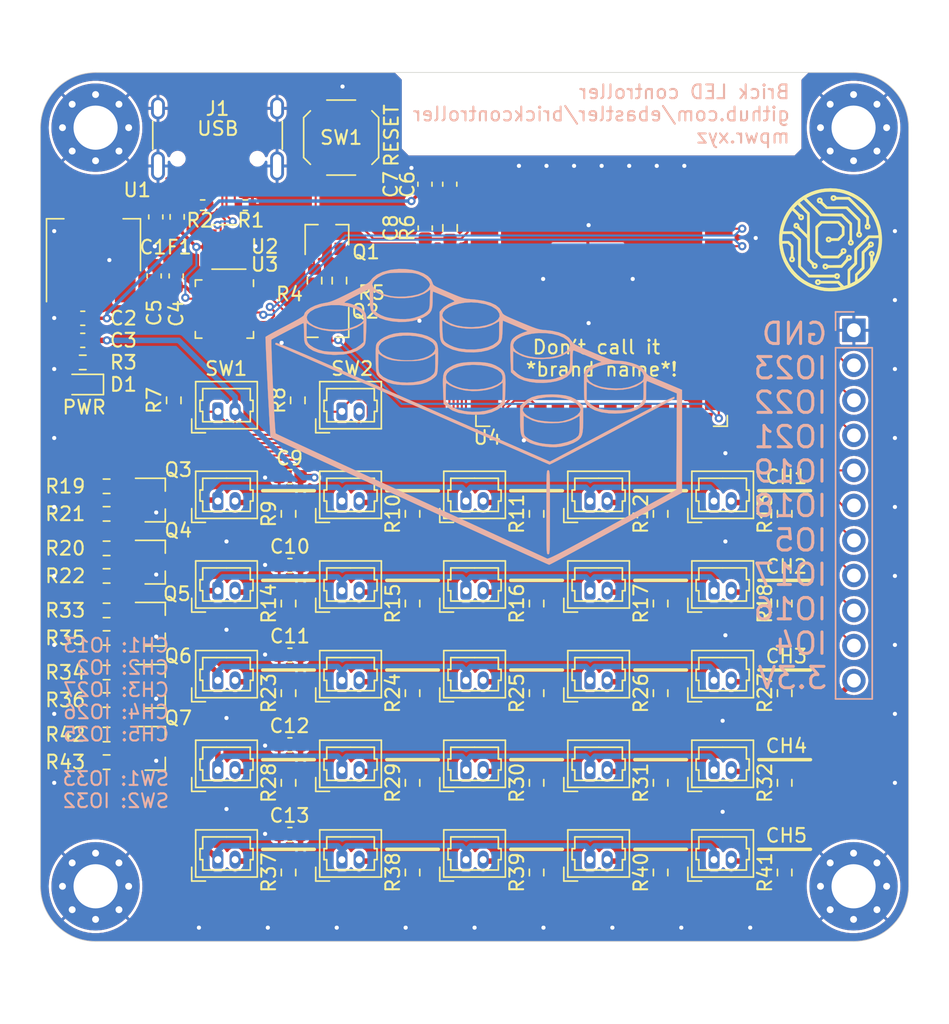
<source format=kicad_pcb>
(kicad_pcb (version 20221018) (generator pcbnew)
  (layers (0 "F.Cu" signal) (31 "B.Cu" signal) (34 "B.Paste" user) (35 "F.Paste" user) (36 "B.SilkS" user "B.Silkscreen") (37 "F.SilkS" user "F.Silkscreen") (38 "B.Mask" user) (39 "F.Mask" user) (44 "Edge.Cuts" user))
  (net 0 "")
  (net 1 "GND")
  (net 2 "+5V")
  (net 3 "+3V3")
  (net 4 "Net-(J5-Pad1)")
  (net 5 "Net-(J10-Pad2)")
  (net 6 "Net-(J10-Pad1)")
  (net 7 "Net-(J15-Pad1)")
  (net 8 "Net-(J20-Pad1)")
  (net 9 "Net-(J25-Pad1)")
  (net 10 "Net-(Q1-Pad1)")
  (net 11 "Net-(Q2-Pad1)")
  (net 12 "Net-(Q3-Pad1)")
  (net 13 "Net-(Q4-Pad1)")
  (net 14 "Net-(Q5-Pad1)")
  (net 15 "VBUS")
  (net 16 "Net-(J1-PadA5)")
  (net 17 "USB_D-")
  (net 18 "USB_D+")
  (net 19 "Net-(J1-PadB5)")
  (net 20 "Net-(J2-Pad2)")
  (net 21 "Net-(J12-Pad2)")
  (net 22 "Net-(J17-Pad2)")
  (net 23 "Net-(J22-Pad2)")
  (net 24 "ESP_RXD")
  (net 25 "ESP_TXD")
  (net 26 "ESP_EN")
  (net 27 "ESP_IO0")
  (net 28 "Net-(Q6-Pad1)")
  (net 29 "Net-(Q7-Pad1)")
  (net 30 "/RTS")
  (net 31 "/DTR")
  (net 32 "Net-(J13-Pad2)")
  (net 33 "Net-(J18-Pad2)")
  (net 34 "Net-(J23-Pad2)")
  (net 35 "ch1")
  (net 36 "ch2")
  (net 37 "ch3")
  (net 38 "ch4")
  (net 39 "ch5")
  (net 40 "Net-(J14-Pad2)")
  (net 41 "Net-(J19-Pad2)")
  (net 42 "Net-(J24-Pad2)")
  (net 43 "Net-(J5-Pad2)")
  (net 44 "Net-(J6-Pad2)")
  (net 45 "Net-(J7-Pad2)")
  (net 46 "Net-(J8-Pad2)")
  (net 47 "Net-(J9-Pad2)")
  (net 48 "Net-(J11-Pad2)")
  (net 49 "Net-(J15-Pad2)")
  (net 50 "Net-(J16-Pad2)")
  (net 51 "Net-(J20-Pad2)")
  (net 52 "Net-(J21-Pad2)")
  (net 53 "Net-(J25-Pad2)")
  (net 54 "Net-(J26-Pad2)")
  (net 55 "Net-(J27-Pad2)")
  (net 56 "Net-(J28-Pad2)")
  (net 57 "CON1")
  (net 58 "CON2")
  (net 59 "Net-(J29-Pad2)")
  (net 60 "Net-(J2-Pad10)")
  (net 61 "Net-(J2-Pad9)")
  (net 62 "Net-(J2-Pad8)")
  (net 63 "Net-(J2-Pad7)")
  (net 64 "Net-(J2-Pad6)")
  (net 65 "Net-(J2-Pad5)")
  (net 66 "Net-(J2-Pad4)")
  (net 67 "Net-(J2-Pad3)")
  (net 68 "Net-(D1-Pad1)")
  (footprint "Connector_Molex:Molex_PicoBlade_53047-0210_1x02_P1.25mm_Vertical" (layer "F.Cu") (at 40.425 27.02)
    (fp_text reference "J9" hide)
    (fp_text value "Conn_01x02")
  )
  (footprint "Connector_Molex:Molex_PicoBlade_53047-0210_1x02_P1.25mm_Vertical" (layer "F.Cu") (at 40.425 33.52)
    (fp_text reference "J14" hide)
    (fp_text value "Conn_01x02")
  )
  (footprint "Connector_Molex:Molex_PicoBlade_53047-0210_1x02_P1.25mm_Vertical" (layer "F.Cu") (at 22.425 40.02)
    (fp_text reference "J17" hide)
    (fp_text value "Conn_01x02")
  )
  (footprint "Connector_Molex:Molex_PicoBlade_53047-0210_1x02_P1.25mm_Vertical" (layer "F.Cu") (at 40.425 40.02)
    (fp_text reference "J19" hide)
    (fp_text value "Conn_01x02")
  )
  (footprint "Connector_Molex:Molex_PicoBlade_53047-0210_1x02_P1.25mm_Vertical" (layer "F.Cu") (at 22.425 46.52)
    (fp_text reference "J22" hide)
    (fp_text value "Conn_01x02")
  )
  (footprint "Connector_Molex:Molex_PicoBlade_53047-0210_1x02_P1.25mm_Vertical" (layer "F.Cu") (at 40.425 46.52)
    (fp_text reference "J24" hide)
    (fp_text value "Conn_01x02")
  )
  (footprint "Connector_Molex:Molex_PicoBlade_53047-0210_1x02_P1.25mm_Vertical" (layer "F.Cu") (at 22.425 53.02)
    (fp_text reference "J27" hide)
    (fp_text value "Conn_01x02")
  )
  (footprint "Connector_Molex:Molex_PicoBlade_53047-0210_1x02_P1.25mm_Vertical" (layer "F.Cu") (at 40.425 53.02)
    (fp_text reference "J29" hide)
    (fp_text value "Conn_01x02")
  )
  (footprint "Package_TO_SOT_SMD:SOT-23" (layer "F.Cu") (at -0.15 26.95)
    (fp_text reference "Q3")
    (fp_text value "AO3400A")
  )
  (footprint "Package_TO_SOT_SMD:SOT-23" (layer "F.Cu") (at -0.15 31.45)
    (fp_text reference "Q4")
    (fp_text value "AO3400A")
  )
  (footprint "Package_TO_SOT_SMD:SOT-23" (layer "F.Cu") (at -0.15 35.95)
    (fp_text reference "Q5")
    (fp_text value "AO3400A")
  )
  (footprint "Package_TO_SOT_SMD:SOT-23" (layer "F.Cu") (at -0.15 40.45)
    (fp_text reference "Q6")
    (fp_text value "AO3400A")
  )
  (footprint "Package_TO_SOT_SMD:SOT-23" (layer "F.Cu") (at -0.15 44.95)
    (fp_text reference "Q7")
    (fp_text value "AO3400A")
  )
  (footprint "Resistor_SMD:R_0603_1608Metric" (layer "F.Cu") (at 9.55 27.95 90)
    (fp_text reference "R9")
    (fp_text value "100R")
  )
  (footprint "Resistor_SMD:R_0603_1608Metric" (layer "F.Cu") (at 27.55 27.95 90)
    (fp_text reference "R11")
    (fp_text value "100R")
  )
  (footprint "Resistor_SMD:R_0603_1608Metric" (layer "F.Cu") (at 45.55 27.95 90)
    (fp_text reference "R13")
    (fp_text value "100R")
  )
  (footprint "Resistor_SMD:R_0603_1608Metric" (layer "F.Cu") (at 9.55 34.45 90)
    (fp_text reference "R14")
    (fp_text value "100R")
  )
  (footprint "Resistor_SMD:R_0603_1608Metric" (layer "F.Cu") (at 27.55 34.45 90)
    (fp_text reference "R16")
    (fp_text value "100R")
  )
  (footprint "Resistor_SMD:R_0603_1608Metric" (layer "F.Cu") (at 45.55 34.45 90)
    (fp_text reference "R18")
    (fp_text value "100R")
  )
  (footprint "Resistor_SMD:R_0603_1608Metric" (layer "F.Cu") (at -3.65 30.45 180)
    (fp_text reference "R20")
    (fp_text value "100R")
  )
  (footprint "Resistor_SMD:R_0603_1608Metric" (layer "F.Cu") (at -3.65 27.95 180)
    (fp_text reference "R21")
    (fp_text value "10k")
  )
  (footprint "Resistor_SMD:R_0603_1608Metric" (layer "F.Cu") (at -3.65 32.45 180)
    (fp_text reference "R22")
    (fp_text value "10k")
  )
  (footprint "Resistor_SMD:R_0603_1608Metric" (layer "F.Cu") (at 9.55 40.95 90)
    (fp_text reference "R23")
    (fp_text value "100R")
  )
  (footprint "Resistor_SMD:R_0603_1608Metric" (layer "F.Cu") (at 27.55 40.95 90)
    (fp_text reference "R25")
    (fp_text value "100R")
  )
  (footprint "Resistor_SMD:R_0603_1608Metric" (layer "F.Cu") (at 45.55 40.95 90)
    (fp_text reference "R27")
    (fp_text value "100R")
  )
  (footprint "Resistor_SMD:R_0603_1608Metric" (layer "F.Cu") (at 9.55 47.45 90)
    (fp_text reference "R28")
    (fp_text value "100R")
  )
  (footprint "Resistor_SMD:R_0603_1608Metric" (layer "F.Cu") (at 27.55 47.45 90)
    (fp_text reference "R30")
    (fp_text value "100R")
  )
  (footprint "Resistor_SMD:R_0603_1608Metric" (layer "F.Cu") (at 45.55 47.45 90)
    (fp_text reference "R32")
    (fp_text value "100R")
  )
  (footprint "Resistor_SMD:R_0603_1608Metric" (layer "F.Cu") (at -3.65 34.95 180)
    (fp_text reference "R33")
    (fp_text value "100R")
  )
  (footprint "Resistor_SMD:R_0603_1608Metric" (layer "F.Cu") (at -3.65 39.45 180)
    (fp_text reference "R34")
    (fp_text value "100R")
  )
  (footprint "Resistor_SMD:R_0603_1608Metric" (layer "F.Cu") (at -3.65 36.95 180)
    (fp_text reference "R35")
    (fp_text value "10k")
  )
  (footprint "Resistor_SMD:R_0603_1608Metric" (layer "F.Cu") (at -3.65 41.45 180)
    (fp_text reference "R36")
    (fp_text value "10k")
  )
  (footprint "Resistor_SMD:R_0603_1608Metric" (layer "F.Cu") (at 9.55 53.95 90)
    (fp_text reference "R37")
    (fp_text value "100R")
  )
  (footprint "Resistor_SMD:R_0603_1608Metric" (layer "F.Cu") (at 27.55 53.95 90)
    (fp_text reference "R39")
    (fp_text value "100R")
  )
  (footprint "Resistor_SMD:R_0603_1608Metric" (layer "F.Cu") (at 45.55 53.95 90)
    (fp_text reference "R41")
    (fp_text value "100R")
  )
  (footprint "Resistor_SMD:R_0603_1608Metric" (layer "F.Cu") (at -3.65 43.95 180)
    (fp_text reference "R42")
    (fp_text value "100R")
  )
  (footprint "Resistor_SMD:R_0603_1608Metric" (layer "F.Cu") (at -3.65 45.95 180)
    (fp_text reference "R43")
    (fp_text value "10k")
  )
  (footprint "Connector_Molex:Molex_PicoBlade_53047-0210_1x02_P1.25mm_Vertical" (layer "F.Cu") (at 13.425 20.52)
    (fp_text reference "J4" hide)
    (fp_text value "Conn_01x02")
  )
  (footprint "MountingHole:MountingHole_3.2mm_M3_Pad_Via" (layer "F.Cu") (at -4.45 -0.05)
    (fp_text reference "H1" hide)
    (fp_text value "MountingHole_Pad")
  )
  (footprint "MountingHole:MountingHole_3.2mm_M3_Pad_Via" (layer "F.Cu") (at 50.55 54.95)
    (fp_text reference "H2" hide)
    (fp_text value "MountingHole_Pad")
  )
  (footprint "MountingHole:MountingHole_3.2mm_M3_Pad_Via" (layer "F.Cu") (at 50.55 -0.05)
    (fp_text reference "H3" hide)
    (fp_text value "MountingHole_Pad")
  )
  (footprint "MountingHole:MountingHole_3.2mm_M3_Pad_Via" (layer "F.Cu") (at -4.45 54.95)
    (fp_text reference "H4" hide)
    (fp_text value "MountingHole_Pad")
  )
  (footprint "Package_TO_SOT_SMD:SOT-23" (layer "F.Cu") (at 12.34 7.74 90)
    (fp_text reference "Q1")
    (fp_text value "SS8050")
  )
  (footprint "Connector_Molex:Molex_PicoBlade_53047-0210_1x02_P1.25mm_Vertical" (layer "F.Cu") (at 22.425 27.02)
    (fp_text reference "J7" hide)
    (fp_text value "Conn_01x02")
  )
  (footprint "Resistor_SMD:R_0603_1608Metric" (layer "F.Cu") (at 11.44 11.04 90)
    (fp_text reference "R4")
    (fp_text value "10k")
  )
  (footprint "Connector_Molex:Molex_PicoBlade_53047-0210_1x02_P1.25mm_Vertical" (layer "F.Cu") (at 22.425 33.52)
    (fp_text reference "J12" hide)
    (fp_text value "Conn_01x02")
  )
  (footprint "Package_TO_SOT_SMD:SOT-23" (layer "F.Cu") (at 12.34 14.39 -90)
    (fp_text reference "Q2")
    (fp_text value "SS8050")
  )
  (footprint "Resistor_SMD:R_0603_1608Metric" (layer "F.Cu") (at 13.24 11.04 -90)
    (fp_text reference "R5")
    (fp_text value "10k")
  )
  (footprint "Connector_Molex:Molex_PicoBlade_53047-0210_1x02_P1.25mm_Vertical" (layer "F.Cu") (at 31.425 53.02)
    (fp_text reference "J28" hide)
    (fp_text value "Conn_01x02")
  )
  (footprint "Connector_Molex:Molex_PicoBlade_53047-0210_1x02_P1.25mm_Vertical" (layer "F.Cu") (at 31.425 46.52)
    (fp_text reference "J23" hide)
    (fp_text value "Conn_01x02")
  )
  (footprint "Package_TO_SOT_SMD:SOT-223-3_TabPin2" (layer "F.Cu") (at -4.6 8.465 90)
    (fp_text reference "U1")
    (fp_text value "AMS1117-3.3")
  )
  (footprint "Capacitor_SMD:C_0603_1608Metric" (layer "F.Cu") (at -5.38 13.77 180)
    (fp_text reference "C2")
    (fp_text value "1u")
  )
  (footprint "Connector_Molex:Molex_PicoBlade_53047-0210_1x02_P1.25mm_Vertical" (layer "F.Cu") (at 31.425 40.02)
    (fp_text reference "J18" hide)
    (fp_text value "Conn_01x02")
  )
  (footprint "Connector_Molex:Molex_PicoBlade_53047-0210_1x02_P1.25mm_Vertical" (layer "F.Cu") (at 31.425 33.52)
    (fp_text reference "J13" hide)
    (fp_text value "Conn_01x02")
  )
  (footprint "Connector_Molex:Molex_PicoBlade_53047-0210_1x02_P1.25mm_Vertical" (layer "F.Cu") (at 31.425 27.02)
    (fp_text reference "J8" hide)
    (fp_text value "Conn_01x02")
  )
  (footprint "Connector_Molex:Molex_PicoBlade_53047-0210_1x02_P1.25mm_Vertical" (layer "F.Cu") (at 4.425 20.52)
    (fp_text reference "J3" hide)
    (fp_text value "Conn_01x02")
  )
  (footprint "Connector_Molex:Molex_PicoBlade_53047-0210_1x02_P1.25mm_Vertical" (layer "F.Cu") (at 13.425 27.02)
    (fp_text reference "J6" hide)
    (fp_text value "Conn_01x02")
  )
  (footprint "Connector_Molex:Molex_PicoBlade_53047-0210_1x02_P1.25mm_Vertical" (layer "F.Cu") (at 13.425 53.02)
    (fp_text reference "J26" hide)
    (fp_text value "Conn_01x02")
  )
  (footprint "Connector_Molex:Molex_PicoBlade_53047-0210_1x02_P1.25mm_Vertical" (layer "F.Cu") (at 4.425 53.02)
    (fp_text reference "J25" hide)
    (fp_text value "Conn_01x02")
  )
  (footprint "Connector_Molex:Molex_PicoBlade_53047-0210_1x02_P1.25mm_Vertical" (layer "F.Cu") (at 13.425 46.52)
    (fp_text reference "J21" hide)
    (fp_text value "Conn_01x02")
  )
  (footprint "Connector_Molex:Molex_PicoBlade_53047-0210_1x02_P1.25mm_Vertical" (layer "F.Cu") (at 4.425 46.52)
    (fp_text reference "J20" hide)
    (fp_text value "Conn_01x02")
  )
  (footprint "Connector_Molex:Molex_PicoBlade_53047-0210_1x02_P1.25mm_Vertical" (layer "F.Cu") (at 13.425 40.02)
    (fp_text reference "J16" hide)
    (fp_text value "Conn_01x02")
  )
  (footprint "Connector_Molex:Molex_PicoBlade_53047-0210_1x02_P1.25mm_Vertical" (layer "F.Cu") (at 4.425 40.02)
    (fp_text reference "J15" hide)
    (fp_text value "Conn_01x02")
  )
  (footprint "Connector_Molex:Molex_PicoBlade_53047-0210_1x02_P1.25mm_Vertical" (layer "F.Cu") (at 13.425 33.52)
    (fp_text reference "J11" hide)
    (fp_text value "Conn_01x02")
  )
  (footprint "Connector_Molex:Molex_PicoBlade_53047-0210_1x02_P1.25mm_Vertical" (layer "F.Cu") (at 4.425 33.52)
    (fp_text reference "J10" hide)
    (fp_text value "Conn_01x02")
  )
  (footprint "Connector_Molex:Molex_PicoBlade_53047-0210_1x02_P1.25mm_Vertical" (layer "F.Cu") (at 4.425 27.02)
    (fp_text reference "J5" hide)
    (fp_text value "Conn_01x02")
  )
  (footprint "Resistor_SMD:R_0603_1608Metric" (layer "F.Cu") (at 36.55 53.95 90)
    (fp_text reference "R40")
    (fp_text value "100R")
  )
  (footprint "Resistor_SMD:R_0603_1608Metric" (layer "F.Cu") (at 36.55 34.45 90)
    (fp_text reference "R17")
    (fp_text value "100R")
  )
  (footprint "Capacitor_SMD:C_0603_1608Metric" (layer "F.Cu") (at -5.38 15.37 180)
    (fp_text reference "C3")
    (fp_text value "10u")
  )
  (footprint "Resistor_SMD:R_0603_1608Metric" (layer "F.Cu") (at 36.55 27.95 90)
    (fp_text reference "R12")
    (fp_text value "100R")
  )
  (footprint "Resistor_SMD:R_0603_1608Metric" (layer "F.Cu") (at 36.55 47.45 90)
    (fp_text reference "R31")
    (fp_text value "100R")
  )
  (footprint "Resistor_SMD:R_0603_1608Metric" (layer "F.Cu") (at 36.55 40.95 90)
    (fp_text reference "R26")
    (fp_text value "100R")
  )
  (footprint "Capacitor_SMD:C_0603_1608Metric" (layer "F.Cu") (at 9.65 25.25 180)
    (fp_text reference "C9")
    (fp_text value "4.7u")
  )
  (footprint "Resistor_SMD:R_0603_1608Metric" (layer "F.Cu") (at 18.55 40.95 90)
    (fp_text reference "R24")
    (fp_text value "100R")
  )
  (footprint "Resistor_SMD:R_0603_1608Metric" (layer "F.Cu") (at 18.55 47.45 90)
    (fp_text reference "R29")
    (fp_text value "100R")
  )
  (footprint "Resistor_SMD:R_0603_1608Metric" (layer "F.Cu") (at 18.55 27.95 90)
    (fp_text reference "R10")
    (fp_text value "100R")
  )
  (footprint "Resistor_SMD:R_0603_1608Metric" (layer "F.Cu") (at 18.55 53.95 90)
    (fp_text reference "R38")
    (fp_text value "100R")
  )
  (footprint "Resistor_SMD:R_0603_1608Metric" (layer "F.Cu") (at 18.55 34.45 90)
    (fp_text reference "R15")
    (fp_text value "100R")
  )
  (footprint "LED_SMD:LED_0603_1608Metric" (layer "F.Cu") (at -5.36 18.57 180)
    (fp_text reference "D1")
    (fp_text value "PWR")
  )
  (footprint "Resistor_SMD:R_0603_1608Metric" (layer "F.Cu") (at -5.38 16.97 180)
    (fp_text reference "R3")
    (fp_text value "1k")
  )
  (footprint "Resistor_SMD:R_0603_1608Metric" (layer "F.Cu") (at -3.65 25.95 180)
    (fp_text reference "R19")
    (fp_text value "100R")
  )
  (footprint "Resistor_SMD:R_0603_1608Metric" (layer "F.Cu") (at 21.27 7.22 -90)
    (fp_text reference "R6")
    (fp_text value "10k")
  )
  (footprint "Capacitor_SMD:C_0603_1608Metric" (layer "F.Cu") (at 19.45 4.05 -90)
    (fp_text reference "C7")
    (fp_text value "10u")
  )
  (footprint "Capacitor_SMD:C_0603_1608Metric" (layer "F.Cu") (at 19.47 7.22 90)
    (fp_text reference "C8")
    (fp_text value "1u")
  )
  (footprint "Capacitor_SMD:C_0603_1608Metric" (layer "F.Cu") (at 9.65 51.2 180)
    (fp_text reference "C13")
    (fp_text value "4.7u")
  )
  (footprint "Capacitor_SMD:C_0603_1608Metric" (layer "F.Cu") (at 9.65 31.7 180)
    (fp_text reference "C10")
    (fp_text value "4.7u")
  )
  (footprint "Capacitor_SMD:C_0603_1608Metric" (layer "F.Cu") (at 9.65 38.2 180)
    (fp_text reference "C11")
    (fp_text value "4.7u")
  )
  (footprint "Capacitor_SMD:C_0603_1608Metric" (layer "F.Cu") (at 9.65 44.7 180)
    (fp_text reference "C12")
    (fp_text value "4.7u")
  )
  (footprint "Button_Switch_SMD:SW_SPST_SKQG_WithoutStem" (layer "F.Cu") (at 13.37 0.67 -90)
    (fp_text reference "SW1")
    (fp_text value "SW_Push")
  )
  (footprint "Capacitor_SMD:C_0603_1608Metric" (layer "F.Cu") (at 21.25 4.05 -90)
    (fp_text reference "C6")
    (fp_text value "100n")
  )
  (footprint "Package_TO_SOT_SMD:SOT-23-6" (layer "F.Cu") (at 4.9 8.6 180)
    (fp_text reference "U2")
    (fp_text value "SRV05-4")
  )
  (footprint "Fuse:Fuse_0603_1608Metric" (layer "F.Cu") (at 1.47 6.42 -90)
    (fp_text reference "F1")
    (fp_text value "750 mA")
  )
  (footprint "Package_DFN_QFN:QFN-24-1EP_4x4mm_P0.5mm_EP2.6x2.6mm" (layer "F.Cu") (at 4.9 13.1 -90)
    (fp_text reference "U3")
    (fp_text value "CP2104")
  )
  (footprint "Resistor_SMD:R_0402_1005Metric" (layer "F.Cu") (at 6.42 5.57)
    (fp_text reference "R1")
    (fp_text value "5.1k")
  )
  (footprint "Resistor_SMD:R_0402_1005Metric" (layer "F.Cu") (at 3.32 5.57)
    (fp_text reference "R2")
    (fp_text value "5.1k")
  )
  (footprint "Capacitor_SMD:C_0603_1608Metric" (layer "F.Cu") (at -0.08 6.42 90)
    (fp_text reference "C1")
    (fp_text value "1u")
  )
  (footprint "Capacitor_SMD:C_0603_1608Metric" (layer "F.Cu") (at -0.2 10.7 90)
    (fp_text reference "C5")
    (fp_text value "4.7u")
  )
  (footprint "Capacitor_SMD:C_0603_1608Metric" (layer "F.Cu") (at 1.4 10.7 90)
    (fp_text reference "C4")
    (fp_text value "100n")
  )
  (footprint "Connector_USB:USB_C_Receptacle_HRO_TYPE-C-31-M-12" (layer "F.Cu") (at 4.4 -0.4 180)
    (fp_text reference "J1")
    (fp_text value "USB_C_Receptacle_USB2.0")
  )
  (footprint "Resistor_SMD:R_0603_1608Metric" (layer "F.Cu") (at 1.225 19.72 90)
    (fp_text reference "R7")
    (fp_text value "10k")
  )
  (footprint "Resistor_SMD:R_0603_1608Metric" (layer "F.Cu") (at 10.225 19.72 90)
    (fp_text reference "R8")
    (fp_text value "10k")
  )
  (footprint "RF_Module:ESP32-WROOM-32" (layer "F.Cu") (at 32.27 11.72)
    (fp_text reference "U4")
    (fp_text value "ESP32-WROOM-32")
  )
  (footprint "logo-branding:logo_silk_7p5" (layer "F.Cu") (at 48.87 8.07)
    (fp_text reference "H5" hide)
    (fp_text value "logo_ebastler" hide)
  )
  (footprint "project:brick" (layer "B.Cu") (at 23.12 20.72 180)
    (fp_text reference "H6" hide)
    (fp_text value "logo_ebastler" hide)
  )
  (footprint "Connector_PinSocket_2.54mm:PinSocket_1x11_P2.54mm_Vertical" (layer "B.Cu") (at 50.575 14.637499 180)
    (fp_text reference "J2" hide)
    (fp_text value "Conn_01x11_Male")
  )
  (gr_line (start 43.675 26.27) (end 47.425 26.27) (stroke (width 0.25)) (layer "F.SilkS"))
  (gr_line (start 7.675 52.27) (end 11.425 52.27) (stroke (width 0.25)) (layer "F.SilkS"))
  (gr_line (start 34.675 52.27) (end 38.425 52.27) (stroke (width 0.25)) (layer "F.SilkS"))
  (gr_line (start 25.675 52.27) (end 29.425 52.27) (stroke (width 0.25)) (layer "F.SilkS"))
  (gr_line (start 16.675 52.27) (end 20.425 52.27) (stroke (width 0.25)) (layer "F.SilkS"))
  (gr_line (start 43.675 52.27) (end 47.425 52.27) (stroke (width 0.25)) (layer "F.SilkS"))
  (gr_line (start 25.675 32.77) (end 29.425 32.77) (stroke (width 0.25)) (layer "F.SilkS"))
  (gr_line (start 34.675 39.27) (end 38.425 39.27) (stroke (width 0.25)) (layer "F.SilkS"))
  (gr_line (start 25.675 39.27) (end 29.425 39.27) (stroke (width 0.25)) (layer "F.SilkS"))
  (gr_line (start 25.675 45.77) (end 29.425 45.77) (stroke (width 0.25)) (layer "F.SilkS"))
  (gr_line (start 16.675 26.27) (end 20.425 26.27) (stroke (width 0.25)) (layer "F.SilkS"))
  (gr_line (start 34.675 32.77) (end 38.425 32.77) (stroke (width 0.25)) (layer "F.SilkS"))
  (gr_line (start 16.675 39.27) (end 20.425 39.27) (stroke (width 0.25)) (layer "F.SilkS"))
  (gr_line (start 25.675 26.27) (end 29.425 26.27) (stroke (width 0.25)) (layer "F.SilkS"))
  (gr_line (start 43.675 39.27) (end 47.425 39.27) (stroke (width 0.25)) (layer "F.SilkS"))
  (gr_line (start 16.675 45.77) (end 20.425 45.77) (stroke (width 0.25)) (layer "F.SilkS"))
  (gr_line (start 34.675 26.27) (end 38.425 26.27) (stroke (width 0.25)) (layer "F.SilkS"))
  (gr_line (start 43.675 32.77) (end 47.425 32.77) (stroke (width 0.25)) (layer "F.SilkS"))
  (gr_line (start 7.675 32.77) (end 11.425 32.77) (stroke (width 0.25)) (layer "F.SilkS"))
  (gr_line (start 16.675 32.77) (end 20.425 32.77) (stroke (width 0.25)) (layer "F.SilkS"))
  (gr_line (start 7.675 26.27) (end 11.425 26.27) (stroke (width 0.25)) (layer "F.SilkS"))
  (gr_line (start 7.675 45.77) (end 11.425 45.77) (stroke (width 0.25)) (layer "F.SilkS"))
  (gr_line (start 43.675 45.77) (end 47.425 45.77) (stroke (width 0.25)) (layer "F.SilkS"))
  (gr_line (start 7.675 39.27) (end 11.425 39.27) (stroke (width 0.25)) (layer "F.SilkS"))
  (gr_line (start 34.675 45.77) (end 38.425 45.77) (stroke (width 0.25)) (layer "F.SilkS"))
  (gr_line (start -8.45 54.95) (end -8.45 -0.05) (stroke (width 0.05)) (layer "Edge.Cuts"))
  (gr_arc (start -8.45 -0.05) (mid -7.278427 -2.878427) (end -4.45 -4.05) (stroke (width 0.05)) (layer "Edge.Cuts"))
  (gr_line (start 54.55 -0.05) (end 54.55 54.95) (stroke (width 0.05)) (layer "Edge.Cuts"))
  (gr_arc (start -4.45 58.95) (mid -7.278427 57.778427) (end -8.45 54.95) (stroke (width 0.05)) (layer "Edge.Cuts"))
  (gr_line (start -4.45 -4.05) (end 50.55 -4.05) (stroke (width 0.05)) (layer "Edge.Cuts"))
  (gr_arc (start 54.55 54.95) (mid 53.378427 57.778427) (end 50.55 58.95) (stroke (width 0.05)) (layer "Edge.Cuts"))
  (gr_arc (start 50.55 -4.05) (mid 53.378427 -2.878427) (end 54.55 -0.05) (stroke (width 0.05)) (layer "Edge.Cuts"))
  (gr_line (start 50.55 58.95) (end -4.45 58.95) (stroke (width 0.05)) (layer "Edge.Cuts"))
  (gr_text "Brick LED controller\ngithub.com/ebastler/brickcontroller\nmpwr.xyz" (at 46.011667 -1.03) (layer "B.SilkS") (effects (font (size 1 1)) (justify left mirror)))
  (gr_text "CH1: IO13\nCH2: IO2\nCH3: IO27\nCH4: IO26\nCH5: IO25\n\nSW1: IO33\nSW2: IO32" (at 0.975 43.12) (layer "B.SilkS") (effects (font (size 1 1)) (justify left mirror)))
  (gr_text "GND\nIO23\nIO22\nIO21\nIO19\nIO18\nIO5\nIO17\nIO16\nIO4\n3.3V" (at 48.77 27.37) (layer "B.SilkS") (effects (font (size 1.55 1.55) (thickness 0.22)) (justify left mirror)))
  (gr_text "PWR" (at -5.275 20.22) (layer "F.SilkS") (effects (font (size 1 1))))
  (gr_text "RESET" (at 17.02 0.52 90) (layer "F.SilkS") (effects (font (size 1 1))))
  (gr_text "USB" (at 4.425 0.02) (layer "F.SilkS") (effects (font (size 1 1))))
  (gr_text "Don't call it \n*brand name*!" (at 32.27 16.67) (layer "F.SilkS") (effects (font (size 1 1))))
  (gr_text "SW2" (at 14.175 17.42) (layer "F.SilkS") (effects (font (size 1 1))))
  (gr_text "SW1" (at 5.025 17.42) (layer "F.SilkS") (effects (font (size 1 1))))
  (gr_text "CH2" (at 45.675 31.77) (layer "F.SilkS") (effects (font (size 1 1))))
  (gr_text "CH5" (at 45.675 51.27) (layer "F.SilkS") (effects (font (size 1 1))))
  (gr_text "CH3" (at 45.675 38.27) (layer "F.SilkS") (effects (font (size 1 1))))
  (gr_text "CH4" (at 45.675 44.77) (layer "F.SilkS") (effects (font (size 1 1))))
  (gr_text "CH1" (at 45.675 25.27) (layer "F.SilkS") (effects (font (size 1 1))))
  (segment (start 5.65 12.35) (end 4.9 13.1) (width 0.25) (layer "F.Cu") (net 1))
  (segment (start 5.65 11.1625) (end 5.65 12.35) (width 0.25) (layer "F.Cu") (net 1))
  (segment (start -6.9 9.765) (end -6.6 9.465) (width 0.4) (layer "F.Cu") (net 1))
  (segment (start -6.9 11.615) (end -6.9 9.765) (width 0.4) (layer "F.Cu") (net 1))
  (via (at 9.05 15.55) (size 0.6) (drill 0.3) (layers "F.Cu" "B.Cu") (net 1))
  (via (at 7.15 8.55) (size 0.6) (drill 0.3) (layers "F.Cu" "B.Cu") (net 1))
  (via (at 1.95 8.85) (size 0.6) (drill 0.3) (layers "F.Cu" "B.Cu") (net 1))
  (via (at -0.15 8.55) (size 0.6) (drill 0.3) (layers "F.Cu" "B.Cu") (net 1))
  (via (at -7.45 27.45) (size 0.6) (drill 0.3) (layers "F.Cu" "B.Cu") (net 1))
  (via (at -7.45 13.75) (size 0.6) (drill 0.3) (layers "F.Cu" "B.Cu") (net 1))
  (via (at -7.45 22.45) (size 0.6) (drill 0.3) (layers "F.Cu" "B.Cu") (net 1))
  (via (at -7.45 17.45) (size 0.6) (drill 0.3) (layers "F.Cu" "B.Cu") (net 1))
  (via (at -7.45 32.45) (size 0.6) (drill 0.3) (layers "F.Cu" "B.Cu") (net 1))
  (via (at -7.45 37.45) (size 0.6) (drill 0.3) (layers "F.Cu" "B.Cu") (net 1))
  (via (at -7.45 47.45) (size 0.6) (drill 0.3) (layers "F.Cu" "B.Cu") (net 1))
  (via (at -7.45 42.45) (size 0.6) (drill 0.3) (layers "F.Cu" "B.Cu") (net 1))
  (via (at -7.45 7.45) (size 0.6) (drill 0.3) (layers "F.Cu" "B.Cu") (net 1))
  (via (at -0.05 41.35) (size 0.6) (drill 0.3) (layers "F.Cu" "B.Cu") (net 1))
  (via (at 53.55 27.45) (size 0.6) (drill 0.3) (layers "F.Cu" "B.Cu") (net 1))
  (via (at 34.27 2.72) (size 0.6) (drill 0.3) (layers "F.Cu" "B.Cu") (net 1))
  (via (at 43.05 57.95) (size 0.6) (drill 0.3) (layers "F.Cu" "B.Cu") (net 1))
  (via (at 53.55 17.45) (size 0.6) (drill 0.3) (layers "F.Cu" "B.Cu") (net 1))
  (via (at 53.55 12.45) (size 0.6) (drill 0.3) (layers "F.Cu" "B.Cu") (net 1))
  (via (at 30.27 2.72) (size 0.6) (drill 0.3) (layers "F.Cu" "B.Cu") (net 1))
  (via (at -0.05 32.35) (size 0.6) (drill 0.3) (layers "F.Cu" "B.Cu") (net 1))
  (via (at 41.05 42.95) (size 0.6) (drill 0.3) (layers "F.Cu" "B.Cu") (net 1))
  (via (at 28.05 57.95) (size 0.6) (drill 0.3) (layers "F.Cu" "B.Cu") (net 1))
  (via (at 5.05 49.35) (size 0.6) (drill 0.3) (layers "F.Cu" "B.Cu") (net 1))
  (via (at 13.47 -3.03) (size 0.6) (drill 0.3) (layers "F.Cu" "B.Cu") (net 1))
  (via (at 53.55 7.45) (size 0.6) (drill 0.3) (layers "F.Cu" "B.Cu") (net 1))
  (via (at 28.27 2.72) (size 0.6) (drill 0.3) (layers "F.Cu" "B.Cu") (net 1))
  (via (at 8.05 57.95) (size 0.6) (drill 0.3) (layers "F.Cu" "B.Cu") (net 1))
  (via (at 53.55 32.45) (size 0.6) (drill 0.3) (layers "F.Cu" "B.Cu") (net 1))
  (via (at 41.25 23.55) (size 0.6) (drill 0.3) (layers "F.Cu" "B.Cu") (net 1))
  (via (at 33.05 57.95) (size 0.6) (drill 0.3) (layers "F.Cu" "B.Cu") (net 1))
  (via (at 7.85 31.65) (size 0.6) (drill 0.3) (layers "F.Cu" "B.Cu") (net 1))
  (via (at 36.27 2.72) (size 0.6) (drill 0.3) (layers "F.Cu" "B.Cu") (net 1))
  (via (at 41.05 49.55) (size 0.6) (drill 0.3) (layers "F.Cu" "B.Cu") (net 1))
  (via (at 53.55 22.45) (size 0.6) (drill 0.3) (layers "F.Cu" "B.Cu") (net 1))
  (via (at 18.47 2.87) (size 0.6) (drill 0.3) (layers "F.Cu" "B.Cu") (net 1))
  (via (at 5.05 29.95) (size 0.6) (drill 0.3) (layers "F.Cu" "B.Cu") (net 1))
  (via (at -0.05 27.85) (size 0.6) (drill 0.3) (layers "F.Cu" "B.Cu") (net 1))
  (via (at 19.05 13.95) (size 0.6) (drill 0.3) (layers "F.Cu" "B.Cu") (net 1))
  (via (at 41.25 29.95) (size 0.6) (drill 0.3) (layers "F.Cu" "B.Cu") (net 1))
  (via (at 7.85 51.15) (size 0.6) (drill 0.3) (layers "F.Cu" "B.Cu") (net 1))
  (via (at -3.45 9.55) (size 0.6) (drill 0.3) (layers "F.Cu" "B.Cu") (net 1))
  (via (at 53.55 42.45) (size 0.6) (drill 0.3) (layers "F.Cu" "B.Cu") (net 1))
  (via (at 31.325 7.02) (size 0.6) (drill 0.3) (layers "F.Cu" "B.Cu") (net 1))
  (via (at 26.625 22.62) (size 0.6) (drill 0.3) (layers "F.Cu" "B.Cu") (net 1))
  (via (at 7.85 25.32) (size 0.6) (drill 0.3) (layers "F.Cu" "B.Cu") (net 1))
  (via (at 3.05 57.95) (size 0.6) (drill 0.3) (layers "F.Cu" "B.Cu") (net 1))
  (via (at 41.25 36.75) (size 0.6) (drill 0.3) (layers "F.Cu" "B.Cu") (net 1))
  (via (at 53.55 47.45) (size 0.6) (drill 0.3) (layers "F.Cu" "B.Cu") (net 1))
  (via (at 28.025 10.92) (size 0.6) (drill 0.3) (layers "F.Cu" "B.Cu") (net 1))
  (via (at 5.05 36.35) (size 0.6) (drill 0.3) (layers "F.Cu" "B.Cu") (net 1))
  (via (at 38.27 2.72) (size 0.6) (drill 0.3) (layers "F.Cu" "B.Cu") (net 1))
  (via (at 43.45 7.95) (size 0.6) (drill 0.3) (layers "F.Cu" "B.Cu") (net 1))
  (via (at 7.85 38.15) (size 0.6) (drill 0.3) (layers "F.Cu" "B.Cu") (net 1))
  (via (at 32.27 2.72) (size 0.6) (drill 0.3) (layers "F.Cu" "B.Cu") (net 1))
  (via (at 31.325 14.12) (size 0.6) (drill 0.3) (layers "F.Cu" "B.Cu") (net 1))
  (via (at 26.27 2.72) (size 0.6) (drill 0.3) (layers "F.Cu" "B.Cu") (net 1))
  (via (at 23.05 57.95) (size 0.6) (drill 0.3) (layers "F.Cu" "B.Cu") (net 1))
  (via (at -0.05 45.85) (size 0.6) (drill 0.3) (layers "F.Cu" "B.Cu") (net 1))
  (via (at -0.05 36.85) (size 0.6) (drill 0.3) (layers "F.Cu" "B.Cu") (net 1))
  (via (at 34.525 10.92) (size 0.6) (drill 0.3) (layers "F.Cu" "B.Cu") (net 1))
  (via (at 53.55 37.45) (size 0.6) (drill 0.3) (layers "F.Cu" "B.Cu") (net 1))
  (via (at 7.85 44.75) (size 0.6) (drill 0.3) (layers "F.Cu" "B.Cu") (net 1))
  (via (at 5.05 42.75) (size 0.6) (drill 0.3) (layers "F.Cu" "B.Cu") (net 1))
  (via (at 38.05 57.95) (size 0.6) (drill 0.3) (layers "F.Cu" "B.Cu") (net 1))
  (via (at 13.05 57.95) (size 0.6) (drill 0.3) (layers "F.Cu" "B.Cu") (net 1))
  (via (at 18.05 57.95) (size 0.6) (drill 0.3) (layers "F.Cu" "B.Cu") (net 1))
  (segment (start 1.47 7.2075) (end -0.0675 7.2075) (width 0.4) (layer "F.Cu") (net 2))
  (segment (start 2.9625 12.35) (end 2.138151 12.35) (width 0.15) (layer "F.Cu") (net 2))
  (segment (start 2.138151 12.35) (end 2.067271 12.27912) (width 0.15) (layer "F.Cu") (net 2))
  (segment (start 3.8 8.6) (end 2.8625 8.6) (width 0.25) (layer "F.Cu") (net 2))
  (segment (start 2.8625 8.6) (end 1.47 7.2075) (width 0.25) (layer "F.Cu") (net 2))
  (segment (start -2.3 8.7) (end -2.3 11.615) (width 0.4) (layer "F.Cu") (net 2))
  (segment (start -0.795 7.195) (end -2.3 8.7) (width 0.4) (layer "F.Cu") (net 2))
  (segment (start -0.08 7.195) (end -0.795 7.195) (width 0.4) (layer "F.Cu") (net 2))
  (segment (start -2.28 11.595) (end -2.3 11.615) (width 0.4) (layer "F.Cu") (net 2))
  (via (at 2.8625 8.6) (size 0.6) (drill 0.3) (layers "F.Cu" "B.Cu") (net 2))
  (via (at 2.067271 12.27912) (size 0.6) (drill 0.3) (layers "F.Cu" "B.Cu") (net 2))
  (segment (start 2.067271 12.27912) (end 2.067271 10.772729) (width 0.15) (layer "B.Cu") (net 2))
  (segment (start 2.067271 10.772729) (end 2.8625 9.9775) (width 0.15) (layer "B.Cu") (net 2))
  (segment (start 2.8625 9.9775) (end 2.8625 8.6) (width 0.15) (layer "B.Cu") (net 2))
  (segment (start -4.6 11.615) (end -4.6 5.315) (width 0.4) (layer "F.Cu") (net 3))
  (segment (start -0.2 11.475) (end 1.4 11.475) (width 0.25) (layer "F.Cu") (net 3))
  (segment (start 1.4 11.475) (end 2.075 11.475) (width 0.25) (layer "F.Cu") (net 3))
  (segment (start 2.075 11.475) (end 2.45 11.85) (width 0.25) (layer "F.Cu") (net 3))
  (segment (start 2.45 11.85) (end 2.9625 11.85) (width 0.25) (layer "F.Cu") (net 3))
  (segment (start 2.9625 11.85) (end 2.9625 11.5375) (width 0.25) (layer "F.Cu") (net 3))
  (segment (start 2.9625 11.5375) (end 3.3375 11.1625) (width 0.25) (layer "F.Cu") (net 3))
  (segment (start 3.3375 11.1625) (end 3.65 11.1625) (width 0.25) (layer "F.Cu") (net 3))
  (segment (start 4.15 11.15) (end 3.65 11.15) (width 0.25) (layer "F.Cu") (net 3))
  (segment (start -3.63 13.77) (end -1.1825 13.77) (width 0.25) (layer "F.Cu") (net 3))
  (segment (start 10.425 31.7) (end 10.425 35.275) (width 0.4) (layer "F.Cu") (net 3))
  (segment (start -0.2 12.7875) (end -1.1825 13.77) (width 0.25) (layer "F.Cu") (net 3))
  (segment (start -4.605 13.77) (end -4.605 15.37) (width 0.4) (layer "F.Cu") (net 3))
  (segment (start 10.425 25.25) (end 10.425 28.775) (width 0.4) (layer "F.Cu") (net 3))
  (segment (start 10.425 41.625) (end 10.575 41.775) (width 0.4) (layer "F.Cu") (net 3))
  (segment (start 10.425 38.2) (end 10.425 35.275) (width 0.4) (layer "F.Cu") (net 3))
  (segment (start 23.68 4.825) (end 23.77 4.735) (width 0.25) (layer "F.Cu") (net 3))
  (segment (start 21.27 4.845) (end 21.25 4.825) (width 0.25) (layer "F.Cu") (net 3))
  (segment (start -0.2 11.475) (end -0.2 12.7875) (width 0.25) (layer "F.Cu") (net 3))
  (segment (start 18.915 4.825) (end 18.47 5.27) (width 0.25) (layer "F.Cu") (net 3))
  (segment (start 11.355 25.25) (end 11.425 25.32) (width 0.4) (layer "F.Cu") (net 3))
  (segment (start -4.605 13.77) (end -3.63 13.77) (width 0.25) (layer "F.Cu") (net 3))
  (segment (start -4.605 15.37) (end -5.23001 15.99501) (width 0.25) (layer "F.Cu") (net 3))
  (segment (start 45.55 28.775) (end 9.55 28.775) (width 0.4) (layer "F.Cu") (net 3))
  (segment (start 5.675 21.47) (end 5.675 20.52) (width 0.15) (layer "F.Cu") (net 3))
  (segment (start -4.6 13.765) (end -4.605 13.77) (width 0.4) (layer "F.Cu") (net 3))
  (segment (start -4.605 15.37) (end -3.63 15.37) (width 0.4) (layer "F.Cu") (net 3))
  (segment (start 45.55 35.275) (end 10.425 35.275) (width 0.4) (layer "F.Cu") (net 3))
  (segment (start 45.55 54.775) (end 10.475 54.775) (width 0.4) (layer "F.Cu") (net 3))
  (segment (start 10.425 38.2) (end 10.425 41.625) (width 0.4) (layer "F.Cu") (net 3))
  (segment (start 10.575 41.775) (end 9.55 41.775) (width 0.4) (layer "F.Cu") (net 3))
  (segment (start 10.425 44.7) (end 10.425 41.625) (width 0.4) (layer "F.Cu") (net 3))
  (segment (start 13.775 22.22) (end 6.425 22.22) (width 0.15) (layer "F.Cu") (net 3))
  (segment (start 10.425 44.7) (end 10.425 48.275) (width 0.4) (layer "F.Cu") (net 3))
  (segment (start 10.425 31.7) (end 10.425 28.775) (width 0.4) (layer "F.Cu") (net 3))
  (segment (start 19.45 4.825) (end 21.25 4.825) (width 0.25) (layer "F.Cu") (net 3))
  (segment (start -4.6 11.615) (end -4.6 13.765) (width 0.4) (layer "F.Cu") (net 3))
  (segment (start -5.23001 15.99501) (end -5.23001 17.65251) (width 0.25) (layer "F.Cu") (net 3))
  (segment (start 6.425 22.22) (end 5.675 21.47) (width 0.15) (layer "F.Cu") (net 3))
  (segment (start 10.425 48.275) (end 9.55 48.275) (width 0.4) (layer "F.Cu") (net 3))
  (segment (start 19.45 4.825) (end 18.915 4.825) (width 0.25) (layer "F.Cu") (net 3))
  (segment (start -5.23001 17.65251) (end -6.1475 18.57) (width 0.25) (layer "F.Cu") (net 3))
  (segment (start 10.425 48.275) (end 10.425 51.2) (width 0.4) (layer "F.Cu") (net 3))
  (segment (start 45.55 48.275) (end 10.425 48.275) (width 0.4) (layer "F.Cu") (net 3))
  (segment (start 10.475 54.775) (end 9.55 54.775) (width 0.4) (layer "F.Cu") (net 3))
  (segment (start 21.27 6.395) (end 21.27 4.845) (width 0.25) (layer "F.Cu") (net 3))
  (segment (start 10.425 35.275) (end 9.55 35.275) (width 0.4) (layer "F.Cu") (net 3))
  (segment (start 10.425 25.25) (end 11.355 25.25) (width 0.4) (layer "F.Cu") (net 3))
  (segment (start 14.675 20.52) (end 14.675 21.32) (width 0.15) (layer "F.Cu") (net 3))
  (segment (start 10.425 28.775) (end 9.55 28.775) (width 0.4) (layer "F.Cu") (net 3))
  (segment (start 14.675 21.32) (end 13.775 22.22) (width 0.15) (layer "F.Cu") (net 3))
  (segment (start 48.837499 41.775) (end 50.575 40.037499) (width 0.4) (layer "F.Cu") (net 3))
  (segment (start 10.425 51.2) (end 10.425 54.725) (width 0.4) (layer "F.Cu") (net 3))
  (segment (start 21.25 4.825) (end 23.68 4.825) (width 0.25) (layer "F.Cu") (net 3))
  (segment (start 45.55 41.775) (end 48.837499 41.775) (width 0.4) (layer "F.Cu") (net 3))
  (segment (start 10.425 54.725) (end 10.475 54.775) (width 0.4) (layer "F.Cu") (net 3))
  (segment (start 45.55 41.775) (end 10.575 41.775) (width 0.4) (layer "F.Cu") (net 3))
  (via (at -3.63 13.77) (size 0.6) (drill 0.3) (layers "F.Cu" "B.Cu") (net 3))
  (via (at -3.63 15.37) (size 0.6) (drill 0.3) (layers "F.Cu" "B.Cu") (net 3))
  (via (at 18.47 5.27) (size 0.6) (drill 0.3) (layers "F.Cu" "B.Cu") (net 3))
  (via (at 11.425 25.32) (size 0.6) (drill 0.3) (layers "F.Cu" "B.Cu") (net 3))
  (segment (start 5.675 20.52) (end 5.825 20.52) (width 0.4) (layer "B.Cu") (net 3))
  (segment (start 1.575 15.37) (end -3.63 15.37) (width 0.4) (layer "B.Cu") (net 3))
  (segment (start 5.675 19.47) (end 1.575 15.37) (width 0.4) (layer "B.Cu") (net 3))
  (segment (start 5.825 20.52) (end 10.625 25.32) (width 0.4) (layer "B.Cu") (net 3))
  (segment (start -3.63 13.77) (end -3.63 13.42) (width 0.25) (layer "B.Cu") (net 3))
  (segment (start 5.675 20.52) (end 5.675 19.47) (width 0.4) (layer "B.Cu") (net 3))
  (segment (start -3.63 13.42) (end 4.52 5.27) (width 0.25) (layer "B.Cu") (net 3))
  (segment (start 10.625 25.32) (end 11.425 25.32) (width 0.4) (layer "B.Cu") (net 3))
  (segment (start 4.52 5.27) (end 18.47 5.27) (width 0.25) (layer "B.Cu") (net 3))
  (segment (start 0.85 26.95) (end 4.355 26.95) (width 0.4) (layer "F.Cu") (net 4))
  (segment (start 4.355 26.95) (end 4.425 27.02) (width 0.4) (layer "F.Cu") (net 4))
  (segment (start 13.11999 26.01999) (end 13.425 26.325) (width 0.4) (layer "B.Cu") (net 4))
  (segment (start 31.425 27.02) (end 31.425 26.37) (width 0.4) (layer "B.Cu") (net 4))
  (segment (start 40.11999 26.01999) (end 40.425 26.325) (width 0.4) (layer "B.Cu") (net 4))
  (segment (start 40.425 26.325) (end 40.425 27.02) (width 0.4) (layer "B.Cu") (net 4))
  (segment (start 22.425 26.325) (end 22.425 27.02) (width 0.4) (layer "B.Cu") (net 4))
  (segment (start 31.77501 26.01999) (end 40.11999 26.01999) (width 0.4) (layer "B.Cu") (net 4))
  (segment (start 13.425 26.325) (end 13.425 27.02) (width 0.4) (layer "B.Cu") (net 4))
  (segment (start 4.425 27.02) (end 4.425 26.37) (width 0.4) (layer "B.Cu") (net 4))
  (segment (start 31.425 26.325) (end 31.425 27.02) (width 0.4) (layer "B.Cu") (net 4))
  (segment (start 13.425 26.37) (end 13.77501 26.01999) (width 0.4) (layer "B.Cu") (net 4))
  (segment (start 4.425 26.37) (end 4.77501 26.01999) (width 0.4) (layer "B.Cu") (net 4))
  (segment (start 31.425 26.37) (end 31.77501 26.01999) (width 0.4) (layer "B.Cu") (net 4))
  (segment (start 13.425 27.02) (end 13.425 26.37) (width 0.4) (layer "B.Cu") (net 4))
  (segment (start 22.11999 26.01999) (end 22.425 26.325) (width 0.4) (layer "B.Cu") (net 4))
  (segment (start 13.77501 26.01999) (end 22.11999 26.01999) (width 0.4) (layer "B.Cu") (net 4))
  (segment (start 22.77501 26.01999) (end 31.11999 26.01999) (width 0.4) (layer "B.Cu") (net 4))
  (segment (start 22.425 27.02) (end 22.425 26.37) (width 0.4) (layer "B.Cu") (net 4))
  (segment (start 31.11999 26.01999) (end 31.425 26.325) (width 0.4) (layer "B.Cu") (net 4))
  (segment (start 4.77501 26.01999) (end 13.11999 26.01999) (width 0.4) (layer "B.Cu") (net 4))
  (segment (start 22.425 26.37) (end 22.77501 26.01999) (width 0.4) (layer "B.Cu") (net 4))
  (segment (start 9.55 33.625) (end 5.78 33.625) (width 0.4) (layer "F.Cu") (net 5))
  (segment (start 5.78 33.625) (end 5.675 33.52) (width 0.4) (layer "F.Cu") (net 5))
  (segment (start 0.85 31.45) (end 2.92 33.52) (width 0.4) (layer "F.Cu") (net 6))
  (segment (start 2.92 33.52) (end 4.425 33.52) (width 0.4) (layer "F.Cu") (net 6))
  (segment (start 22.425 32.87) (end 22.77501 32.51999) (width 0.4) (layer "B.Cu") (net 6))
  (segment (start 4.77501 32.51999) (end 13.11999 32.51999) (width 0.4) (layer "B.Cu") (net 6))
  (segment (start 31.11999 32.51999) (end 31.425 32.825) (width 0.4) (layer "B.Cu") (net 6))
  (segment (start 22.425 33.52) (end 22.425 32.87) (width 0.4) (layer "B.Cu") (net 6))
  (segment (start 22.77501 32.51999) (end 31.11999 32.51999) (width 0.4) (layer "B.Cu") (net 6))
  (segment (start 13.77501 32.51999) (end 22.11999 32.51999) (width 0.4) (layer "B.Cu") (net 6))
  (segment (start 22.11999 32.51999) (end 22.425 32.825) (width 0.4) (layer "B.Cu") (net 6))
  (segment (start 13.425 33.52) (end 13.425 32.87) (width 0.4) (layer "B.Cu") (net 6))
  (segment (start 31.425 32.87) (end 31.77501 32.51999) (width 0.4) (layer "B.Cu") (net 6))
  (segment (start 4.425 32.87) (end 4.77501 32.51999) (width 0.4) (layer "B.Cu") (net 6))
  (segment (start 13.425 32.87) (end 13.77501 32.51999) (width 0.4) (layer "B.Cu") (net 6))
  (segment (start 31.425 32.825) (end 31.425 33.52) (width 0.4) (layer "B.Cu") (net 6))
  (segment (start 4.425 33.52) (end 4.425 32.87) (width 0.4) (layer "B.Cu") (net 6))
  (segment (start 13.425 32.825) (end 13.425 33.52) (width 0.4) (layer "B.Cu") (net 6))
  (segment (start 31.77501 32.51999) (end 40.11999 32.51999) (width 0.4) (layer "B.Cu") (net 6))
  (segment (start 22.425 32.825) (end 22.425 33.52) (width 0.4) (layer "B.Cu") (net 6))
  (segment (start 40.425 32.825) (end 40.425 33.52) (width 0.4) (layer "B.Cu") (net 6))
  (segment (start 40.11999 32.51999) (end 40.425 32.825) (width 0.4) (layer "B.Cu") (net 6))
  (segment (start 31.425 33.52) (end 31.425 32.87) (width 0.4) (layer "B.Cu") (net 6))
  (segment (start 13.11999 32.51999) (end 13.425 32.825) (width 0.4) (layer "B.Cu") (net 6))
  (segment (start 4.425 39.525) (end 4.425 40.02) (width 0.4) (layer "F.Cu") (net 7))
  (segment (start 0.85 35.95) (end 4.425 39.525) (width 0.4) (layer "F.Cu") (net 7))
  (segment (start 4.77501 39.01999) (end 13.11999 39.01999) (width 0.4) (layer "B.Cu") (net 7))
  (segment (start 31.425 39.325) (end 31.425 40.02) (width 0.4) (layer "B.Cu") (net 7))
  (segment (start 31.425 39.37) (end 31.77501 39.01999) (width 0.4) (layer "B.Cu") (net 7))
  (segment (start 22.77501 39.01999) (end 31.11999 39.01999) (width 0.4) (layer "B.Cu") (net 7))
  (segment (start 40.11999 39.01999) (end 40.425 39.325) (width 0.4) (layer "B.Cu") (net 7))
  (segment (start 22.425 39.325) (end 22.425 40.02) (width 0.4) (layer "B.Cu") (net 7))
  (segment (start 13.77501 39.01999) (end 22.11999 39.01999) (width 0.4) (layer "B.Cu") (net 7))
  (segment (start 22.425 39.37) (end 22.77501 39.01999) (width 0.4) (layer "B.Cu") (net 7))
  (segment (start 40.425 39.325) (end 40.425 40.02) (width 0.4) (layer "B.Cu") (net 7))
  (segment (start 31.77501 39.01999) (end 40.11999 39.01999) (width 0.4) (layer "B.Cu") (net 7))
  (segment (start 31.425 40.02) (end 31.425 39.37) (width 0.4) (layer "B.Cu") (net 7))
  (segment (start 4.425 39.37) (end 4.77501 39.01999) (width 0.4) (layer "B.Cu") (net 7))
  (segment (start 22.11999 39.01999) (end 22.425 39.325) (width 0.4) (layer "B.Cu") (net 7))
  (segment (start 22.425 40.02) (end 22.425 39.37) (width 0.4) (layer "B.Cu") (net 7))
  (segment (start 13.425 40.02) (end 13.425 39.37) (width 0.4) (layer "B.Cu") (net 7))
  (segment (start 4.425 40.02) (end 4.425 39.37) (width 0.4) (layer "B.Cu") (net 7))
  (segment (start 13.425 39.37) (end 13.77501 39.01999) (width 0.4) (layer "B.Cu") (net 7))
  (segment (start 13.11999 39.01999) (end 13.425 39.325) (width 0.4) (layer "B.Cu") (net 7))
  (segment (start 13.425 39.325) (end 13.425 40.02) (width 0.4) (layer "B.Cu") (net 7))
  (segment (start 31.11999 39.01999) (end 31.425 39.325) (width 0.4) (layer "B.Cu") (net 7))
  (segment (start 0.85 40.45) (end 4.425 44.025) (width 0.4) (layer "F.Cu") (net 8))
  (segment (start 4.425 44.025) (end 4.425 46.52) (width 0.4) (layer "F.Cu") (net 8))
  (segment (start 4.77501 45.51999) (end 13.11999 45.51999) (width 0.4) (layer "B.Cu") (net 8))
  (segment (start 31.77501 45.51999) (end 40.11999 45.51999) (width 0.4) (layer "B.Cu") (net 8))
  (segment (start 22.11999 45.51999) (end 22.425 45.825) (width 0.4) (layer "B.Cu") (net 8))
  (segment (start 40.425 45.825) (end 40.425 46.52) (width 0.4) (layer "B.Cu") (net 8))
  (segment (start 13.425 46.52) (end 13.425 45.87) (width 0.4) (layer "B.Cu") (net 8))
  (segment (start 4.425 46.52) (end 4.425 45.87) (width 0.4) (layer "B.Cu") (net 8))
  (segment (start 22.425 45.825) (end 22.425 46.52) (width 0.4) (layer "B.Cu") (net 8))
  (segment (start 13.425 45.825) (end 13.425 46.52) (width 0.4) (layer "B.Cu") (net 8))
  (segment (start 31.425 46.52) (end 31.425 45.87) (width 0.4) (layer "B.Cu") (net 8))
  (segment (start 22.425 45.87) (end 22.77501 45.51999) (width 0.4) (layer "B.Cu") (net 8))
  (segment (start 13.425 45.87) (end 13.77501 45.51999) (width 0.4) (layer "B.Cu") (net 8))
  (segment (start 13.77501 45.51999) (end 22.11999 45.51999) (width 0.4) (layer "B.Cu") (net 8))
  (segment (start 22.77501 45.51999) (end 31.11999 45.51999) (width 0.4) (layer "B.Cu") (net 8))
  (segment (start 22.425 46.52) (end 22.425 45.87) (width 0.4) (layer "B.Cu") (net 8))
  (segment (start 31.11999 45.51999) (end 31.425 45.825) (width 0.4) (layer "B.Cu") (net 8))
  (segment (start 31.425 45.87) (end 31.77501 45.51999) (width 0.4) (layer "B.Cu") (net 8))
  (segment (start 31.425 45.825) (end 31.425 46.52) (width 0.4) (layer "B.Cu") (net 8))
  (segment (start 13.11999 45.51999) (end 13.425 45.825) (width 0.4) (layer "B.Cu") (net 8))
  (segment (start 40.11999 45.51999) (end 40.425 45.825) (width 0.4) (layer "B.Cu") (net 8))
  (segment (start 4.425 45.87) (end 4.77501 45.51999) (width 0.4) (layer "B.Cu") (net 8))
  (segment (start 0.85 49.445) (end 4.425 53.02) (width 0.4) (layer "F.Cu") (net 9))
  (segment (start 0.85 44.95) (end 0.85 49.445) (width 0.4) (layer "F.Cu") (net 9))
  (segment (start 22.11999 52.01999) (end 22.425 52.325) (width 0.4) (layer "B.Cu") (net 9))
  (segment (start 40.11999 52.01999) (end 40.425 52.325) (width 0.4) (layer "B.Cu") (net 9))
  (segment (start 13.425 52.325) (end 13.425 53.02) (width 0.4) (layer "B.Cu") (net 9))
  (segment (start 22.425 52.325) (end 22.425 53.02) (width 0.4) (layer "B.Cu") (net 9))
  (segment (start 22.425 52.37) (end 22.77501 52.01999) (width 0.4) (layer "B.Cu") (net 9))
  (segment (start 31.77501 52.01999) (end 40.11999 52.01999) (width 0.4) (layer "B.Cu") (net 9))
  (segment (start 13.425 53.02) (end 13.425 52.37) (width 0.4) (layer "B.Cu") (net 9))
  (segment (start 4.425 53.02) (end 4.425 52.37) (width 0.4) (layer "B.Cu") (net 9))
  (segment (start 31.425 52.37) (end 31.77501 52.01999) (width 0.4) (layer "B.Cu") (net 9))
  (segment (start 22.425 53.02) (end 22.425 52.37) (width 0.4) (layer "B.Cu") (net 9))
  (segment (start 31.425 53.02) (end 31.425 52.37) (width 0.4) (layer "B.Cu") (net 9))
  (segment (start 31.425 52.325) (end 31.425 53.02) (width 0.4) (layer "B.Cu") (net 9))
  (segment (start 4.425 52.37) (end 4.77501 52.01999) (width 0.4) (layer "B.Cu") (net 9))
  (segment (start 4.77501 52.01999) (end 13.11999 52.01999) (width 0.4) (layer "B.Cu") (net 9))
  (segment (start 22.77501 52.01999) (end 31.11999 52.01999) (width 0.4) (layer "B.Cu") (net 9))
  (segment (start 13.425 52.37) (end 13.77501 52.01999) (width 0.4) (layer "B.Cu") (net 9))
  (segment (start 13.11999 52.01999) (end 13.425 52.325) (width 0.4) (layer "B.Cu") (net 9))
  (segment (start 31.11999 52.01999) (end 31.425 52.325) (width 0.4) (layer "B.Cu") (net 9))
  (segment (start 40.425 52.325) (end 40.425 53.02) (width 0.4) (layer "B.Cu") (net 9))
  (segment (start 13.77501 52.01999) (end 22.11999 52.01999) (width 0.4) (layer "B.Cu") (net 9))
  (segment (start 11.39 10.215) (end 11.44 10.265) (width 0.15) (layer "F.Cu") (net 10))
  (segment (start 11.39 8.79) (end 11.39 10.215) (width 0.15) (layer "F.Cu") (net 10))
  (segment (start 13.29 13.39) (end 13.29 11.965) (width 0.15) (layer "F.Cu") (net 11))
  (segment (start 13.29 11.965) (end 13.24 11.915) (width 0.15) (layer "F.Cu") (net 11))
  (segment (start -1.15 26) (end -2.775 26) (width 0.15) (layer "F.Cu") (net 12))
  (segment (start -2.775 26) (end -2.825 25.95) (width 0.15) (layer "F.Cu") (net 12))
  (segment (start -2.825 25.95) (end -2.825 27.95) (width 0.15) (layer "F.Cu") (net 12))
  (segment (start -2.825 30.45) (end -2.825 32.45) (width 0.15) (layer "F.Cu") (net 13))
  (segment (start -1.15 30.5) (end -2.775 30.5) (width 0.15) (layer "F.Cu") (net 13))
  (segment (start -2.775 30.5) (end -2.825 30.45) (width 0.15) (layer "F.Cu") (net 13))
  (segment (start -2.825 34.95) (end -2.825 36.95) (width 0.15) (layer "F.Cu") (net 14))
  (segment (start -2.775 35) (end -2.825 34.95) (width 0.15) (layer "F.Cu") (net 14))
  (segment (start -1.15 35) (end -2.775 35) (width 0.15) (layer "F.Cu") (net 14))
  (segment (start 1.95 3.645) (end 1.95 5.1525) (width 0.4) (layer "F.Cu") (net 15))
  (segment (start 1.95 5.1525) (end 1.47 5.6325) (width 0.4) (layer "F.Cu") (net 15))
  (segment (start 1.95 3.645) (end 1.95 2.839998) (width 0.4) (layer "F.Cu") (net 15))
  (segment (start 1.95 2.839998) (end 2.520009 2.269989) (width 0.4) (layer "F.Cu") (net 15))
  (segment (start 6.85 2.839998) (end 6.85 3.645) (width 0.4) (layer "F.Cu") (net 15))
  (segment (start 2.520009 2.269989) (end 6.279991 2.269989) (width 0.4) (layer "F.Cu") (net 15))
  (segment (start 6.279991 2.269989) (end 6.85 2.839998) (width 0.4) (layer "F.Cu") (net 15))
  (segment (start 5.65 3.645) (end 5.65 5.31) (width 0.15) (layer "F.Cu") (net 16))
  (segment (start 5.65 5.31) (end 5.91 5.57) (width 0.15) (layer "F.Cu") (net 16))
  (segment (start 4.48 7.65) (end 4.745 7.915) (width 0.15) (layer "F.Cu") (net 17))
  (segment (start 4.745 7.915) (end 4.745 10.58) (width 0.15) (layer "F.Cu") (net 17))
  (segment (start 4.745 10.58) (end 4.65 10.675) (width 0.15) (layer "F.Cu") (net 17))
  (segment (start 4.65 10.675) (end 4.65 11.15) (width 0.15) (layer "F.Cu") (net 17))
  (segment (start 4.4 7) (end 4.425 7) (width 0.15) (layer "F.Cu") (net 17))
  (segment (start 4.624991 7.199991) (end 4.624991 7.505009) (width 0.15) (layer "F.Cu") (net 17))
  (segment (start 4.425 7) (end 4.624991 7.199991) (width 0.15) (layer "F.Cu") (net 17))
  (segment (start 4.624991 7.505009) (end 4.48 7.65) (width 0.15) (layer "F.Cu") (net 17))
  (segment (start 3.8 7.65) (end 4.05 7.65) (width 0.15) (layer "F.Cu") (net 17))
  (segment (start 5.5 6.75) (end 5.05 6.3) (width 0.15) (layer "F.Cu") (net 17))
  (segment (start 5.05 6.3) (end 5.05 4.75) (width 0.15) (layer "F.Cu") (net 17))
  (segment (start 5.05 4.75) (end 5.15 4.65) (width 0.15) (layer "F.Cu") (net 17))
  (segment (start 5.15 4.65) (end 5.15 3.645) (width 0.15) (layer "F.Cu") (net 17))
  (segment (start 3.8 7.65) (end 4.48 7.65) (width 0.15) (layer "F.Cu") (net 17))
  (segment (start 4.15 3.645) (end 4.15 2.77) (width 0.15) (layer "F.Cu") (net 17))
  (segment (start 4.15 2.77) (end 4.225001 2.694999) (width 0.15) (layer "F.Cu") (net 17))
  (segment (start 5.074999 2.694999) (end 5.15 2.77) (width 0.15) (layer "F.Cu") (net 17))
  (segment (start 4.225001 2.694999) (end 5.074999 2.694999) (width 0.15) (layer "F.Cu") (net 17))
  (segment (start 5.15 2.77) (end 5.15 3.645) (width 0.15) (layer "F.Cu") (net 17))
  (via (at 4.4 7) (size 0.6) (drill 0.3) (layers "F.Cu" "B.Cu") (net 17))
  (via (at 5.5 6.75) (size 0.6) (drill 0.3) (layers "F.Cu" "B.Cu") (net 17))
  (segment (start 4.65 6.75) (end 4.4 7) (width 0.15) (layer "B.Cu") (net 17))
  (segment (start 5.5 6.75) (end 4.65 6.75) (width 0.15) (layer "B.Cu") (net 17))
  (segment (start 5.32 7.65) (end 5.045011 7.924989) (width 0.15) (layer "F.Cu") (net 18))
  (segment (start 5.045011 7.924989) (end 5.045011 10.570011) (width 0.15) (layer "F.Cu") (net 18))
  (segment (start 5.045011 10.570011) (end 5.15 10.675) (width 0.15) (layer "F.Cu") (net 18))
  (segment (start 5.15 10.675) (end 5.15 11.15) (width 0.15) (layer "F.Cu") (net 18))
  (segment (start 5.32 7.65) (end 4.925001 7.255001) (width 0.15) (layer "F.Cu") (net 18))
  (segment (start 4.75 6.424278) (end 4.75 4.75) (width 0.15) (layer "F.Cu") (net 18))
  (segment (start 4.925001 7.255001) (end 4.925001 6.599279) (width 0.15) (layer "F.Cu") (net 18))
  (segment (start 4.925001 6.599279) (end 4.75 6.424278) (width 0.15) (layer "F.Cu") (net 18))
  (segment (start 4.75 4.75) (end 4.65 4.65) (width 0.15) (layer "F.Cu") (net 18))
  (segment (start 4.65 4.65) (end 4.65 3.645) (width 0.15) (layer "F.Cu") (net 18))
  (segment (start 6 7.65) (end 5.32 7.65) (width 0.15) (layer "F.Cu") (net 18))
  (segment (start 3.65 3.645) (end 3.65 4.52) (width 0.15) (layer "F.Cu") (net 18))
  (segment (start 3.65 4.52) (end 3.725001 4.595001) (width 0.15) (layer "F.Cu") (net 18))
  (segment (start 3.725001 4.595001) (end 4.574999 4.595001) (width 0.15) (layer "F.Cu") (net 18))
  (segment (start 4.65 4.52) (end 4.65 3.645) (width 0.15) (layer "F.Cu") (net 18))
  (segment (start 4.574999 4.595001) (end 4.65 4.52) (width 0.15) (layer "F.Cu") (net 18))
  (segment (start 2.65 3.645) (end 2.65 5.41) (width 0.15) (layer "F.Cu") (net 19))
  (segment (start 2.65 5.41) (end 2.81 5.57) (width 0.15) (layer "F.Cu") (net 19))
  (segment (start 50.132499 17.177499) (end 50.575 17.177499) (width 0.15) (layer "F.Cu") (net 20))
  (segment (start 40.77 4.735) (end 42.59 4.735) (width 0.15) (layer "F.Cu") (net 20))
  (segment (start 44.475022 11.520022) (end 50.132499 17.177499) (width 0.15) (layer "F.Cu") (net 20))
  (segment (start 44.475022 6.620022) (end 44.475022 11.520022) (width 0.15) (layer "F.Cu") (net 20))
  (segment (start 42.59 4.735) (end 44.475022 6.620022) (width 0.15) (layer "F.Cu") (net 20))
  (segment (start 23.78 33.625) (end 23.675 33.52) (width 0.4) (layer "F.Cu") (net 21))
  (segment (start 27.55 33.625) (end 23.78 33.625) (width 0.4) (layer "F.Cu") (net 21))
  (segment (start 27.55 40.125) (end 23.78 40.125) (width 0.4) (layer "F.Cu") (net 22))
  (segment (start 23.78 40.125) (end 23.675 40.02) (width 0.4) (layer "F.Cu") (net 22))
  (segment (start 23.78 46.625) (end 23.675 46.52) (width 0.4) (layer "F.Cu") (net 23))
  (segment (start 27.55 46.625) (end 23.78 46.625) (width 0.4) (layer "F.Cu") (net 23))
  (segment (start 6.8375 13.35) (end 7.551495 13.35) (width 0.15) (layer "F.Cu") (net 24))
  (segment (start 7.551495 13.35) (end 7.720277 13.518782) (width 0.15) (layer "F.Cu") (net 24))
  (segment (start 40.77 8.545) (end 42.47 8.545) (width 0.15) (layer "F.Cu") (net 24))
  (via (at 7.720277 13.518782) (size 0.6) (drill 0.3) (layers "F.Cu" "B.Cu") (net 24))
  (via (at 42.47 8.545) (size 0.6) (drill 0.3) (layers "F.Cu" "B.Cu") (net 24))
  (segment (start 13.82 8.07) (end 41.92 8.07) (width 0.15) (layer "B.Cu") (net 24))
  (segment (start 7.720277 13.518782) (end 8.371218 13.518782) (width 0.15) (layer "B.Cu") (net 24))
  (segment (start 41.92 8.07) (end 42.47 8.62) (width 0.15) (layer "B.Cu") (net 24))
  (segment (start 8.371218 13.518782) (end 13.82 8.07) (width 0.15) (layer "B.Cu") (net 24))
  (segment (start 8.49876 13.241238) (end 8.198761 12.941239) (width 0.15) (layer "F.Cu") (net 25))
  (segment (start 7.25 13.85) (end 7.443792 14.043792) (width 0.15) (layer "F.Cu") (net 25))
  (segment (start 7.443792 14.043792) (end 8.07193 14.043792) (width 0.15) (layer "F.Cu") (net 25))
  (segment (start 6.8375 13.85) (end 7.25 13.85) (width 0.15) (layer "F.Cu") (net 25))
  (segment (start 8.49876 13.616962) (end 8.49876 13.241238) (width 0.15) (layer "F.Cu") (net 25))
  (segment (start 8.07193 14.043792) (end 8.49876 13.616962) (width 0.15) (layer "F.Cu") (net 25))
  (segment (start 40.77 7.275) (end 42.47 7.275) (width 0.15) (layer "F.Cu") (net 25))
  (via (at 8.198761 12.941239) (size 0.6) (drill 0.3) (layers "F.Cu" "B.Cu") (net 25))
  (via (at 42.47 7.275) (size 0.6) (drill 0.3) (layers "F.Cu" "B.Cu") (net 25))
  (segment (start 8.198761 12.841239) (end 8.198761 12.941239) (width 0.15) (layer "B.Cu") (net 25))
  (segment (start 13.67 7.77) (end 41.92 7.77) (width 0.15) (layer "B.Cu") (net 25))
  (segment (start 8.198761 12.941239) (end 8.498761 12.941239) (width 0.15) (layer "B.Cu") (net 25))
  (segment (start 41.92 7.77) (end 42.47 7.22) (width 0.15) (layer "B.Cu") (net 25))
  (segment (start 8.498761 12.941239) (end 13.67 7.77) (width 0.15) (layer "B.Cu") (net 25))
  (segment (start 21.32 7.995) (end 21.27 8.045) (width 0.15) (layer "F.Cu") (net 26))
  (segment (start 11.52 3.77) (end 11.52 5.92) (width 0.15) (layer "F.Cu") (net 26))
  (segment (start 19.47 7.995) (end 21.22 7.995) (width 0.15) (layer "F.Cu") (net 26))
  (segment (start 11.52 5.92) (end 12.34 6.74) (width 0.15) (layer "F.Cu") (net 26))
  (segment (start 14.44 6.74) (end 12.34 6.74) (width 0.15) (layer "F.Cu") (net 26))
  (segment (start 22.095 7.995) (end 21.32 7.995) (width 0.15) (layer "F.Cu") (net 26))
  (segment (start 22.544999 6.644999) (end 22.544999 7.545001) (width 0.15) (layer "F.Cu") (net 26))
  (segment (start 22.544999 7.545001) (end 22.095 7.995) (width 0.15) (layer "F.Cu") (net 26))
  (segment (start 23.184998 6.005) (end 22.544999 6.644999) (width 0.15) (layer "F.Cu") (net 26))
  (segment (start 23.77 6.005) (end 23.184998 6.005) (width 0.15) (layer "F.Cu") (net 26))
  (segment (start 21.22 7.995) (end 21.27 8.045) (width 0.15) (layer "F.Cu") (net 26))
  (segment (start 19.47 7.995) (end 15.695 7.995) (width 0.15) (layer "F.Cu") (net 26))
  (segment (start 11.52 3.77) (end 11.52 -2.43) (width 0.15) (layer "F.Cu") (net 26))
  (segment (start 15.695 7.995) (end 14.44 6.74) (width 0.15) (layer "F.Cu") (net 26))
  (segment (start 13.11 15.39) (end 13.15 15.35) (width 0.15) (layer "F.Cu") (net 27))
  (segment (start 12.34 15.39) (end 13.11 15.39) (width 0.15) (layer "F.Cu") (net 27))
  (segment (start 40.77 19.975) (end 40.77 21.015) (width 0.15) (layer "F.Cu") (net 27))
  (segment (start 40.77 21.015) (end 40.775 21.02) (width 0.15) (layer "F.Cu") (net 27))
  (via (at 13.15 15.35) (size 0.6) (drill 0.3) (layers "F.Cu" "B.Cu") (net 27))
  (via (at 40.775 21.02) (size 0.6) (drill 0.3) (layers "F.Cu" "B.Cu") (net 27))
  (segment (start 17.775 19.975) (end 39.73 19.975) (width 0.15) (layer "B.Cu") (net 27))
  (segment (start 39.73 19.975) (end 40.775 21.02) (width 0.15) (layer "B.Cu") (net 27))
  (segment (start 13.15 15.35) (end 17.775 19.975) (width 0.15) (layer "B.Cu") (net 27))
  (segment (start -2.775 39.5) (end -2.825 39.45) (width 0.15) (layer "F.Cu") (net 28))
  (segment (start -2.825 39.45) (end -2.825 41.45) (width 0.15) (layer "F.Cu") (net 28))
  (segment (start -1.15 39.5) (end -2.775 39.5) (width 0.15) (layer "F.Cu") (net 28))
  (segment (start -2.775 44) (end -2.825 43.95) (width 0.15) (layer "F.Cu") (net 29))
  (segment (start -1.15 44) (end -2.775 44) (width 0.15) (layer "F.Cu") (net 29))
  (segment (start -2.825 43.95) (end -2.825 45.95) (width 0.15) (layer "F.Cu") (net 29))
  (segment (start 13.29 8.79) (end 13.29 10.215) (width 0.15) (layer "F.Cu") (net 30))
  (segment (start 13.29 10.215) (end 13.24 10.265) (width 0.15) (layer "F.Cu") (net 30))
  (segment (start 8.19 14.35) (end 8.84999 13.69001) (width 0.15) (layer "F.Cu") (net 30))
  (segment (start 12.17 11.285) (end 13.24 10.215) (width 0.15) (layer "F.Cu") (net 30))
  (segment (start 11.970001 14.065001) (end 12.17 13.865002) (width 0.15) (layer "F.Cu") (net 30))
  (segment (start 10.435008 13.69001) (end 10.809999 14.065001) (width 0.15) (layer "F.Cu") (net 30))
  (segment (start 12.17 13.865002) (end 12.17 11.285) (width 0.15) (layer "F.Cu") (net 30))
  (segment (start 6.8375 14.35) (end 8.19 14.35) (width 0.15) (layer "F.Cu") (net 30))
  (segment (start 10.809999 14.065001) (end 11.970001 14.065001) (width 0.15) (layer "F.Cu") (net 30))
  (segment (start 8.84999 13.69001) (end 10.435008 13.69001) (width 0.15) (layer "F.Cu") (net 30))
  (segment (start 11.39 11.965) (end 11.44 11.915) (width 0.15) (layer "F.Cu") (net 31))
  (segment (start 11.39 13.39) (end 11.39 11.965) (width 0.15) (layer "F.Cu") (net 31))
  (segment (start 6.8375 12.35) (end 8.35 12.35) (width 0.15) (layer "F.Cu") (net 31))
  (segment (start 8.35 12.35) (end 9.37 13.37) (width 0.15) (layer "F.Cu") (net 31))
  (segment (start 9.39 13.39) (end 11.39 13.39) (width 0.15) (layer "F.Cu") (net 31))
  (segment (start 9.37 13.37) (end 9.39 13.39) (width 0.15) (layer "F.Cu") (net 31))
  (segment (start 36.55 33.625) (end 32.78 33.625) (width 0.4) (layer "F.Cu") (net 32))
  (segment (start 32.78 33.625) (end 32.675 33.52) (width 0.4) (layer "F.Cu") (net 32))
  (segment (start 32.78 40.125) (end 32.675 40.02) (width 0.4) (layer "F.Cu") (net 33))
  (segment (start 36.55 40.125) (end 32.78 40.125) (width 0.4) (layer "F.Cu") (net 33))
  (segment (start 36.55 46.625) (end 32.78 46.625) (width 0.4) (layer "F.Cu") (net 34))
  (segment (start 32.78 46.625) (end 32.675 46.52) (width 0.4) (layer "F.Cu") (net 34))
  (segment (start 25.425 20.249998) (end 25.924999 19.749999) (width 0.15) (layer "F.Cu") (net 35))
  (segment (start -4.475 25.95) (end -4.475 25.32) (width 0.15) (layer "F.Cu") (net 35))
  (segment (start 23.825 21.02) (end 25.025 21.02) (width 0.15) (layer "F.Cu") (net 35))
  (segment (start 27.185001 19.749999) (end 27.825 20.389998) (width 0.15) (layer "F.Cu") (net 35))
  (segment (start 25.025 21.02) (end 25.425 20.62) (width 0.15) (layer "F.Cu") (net 35))
  (segment (start -4.475 25.32) (end -3.175066 24.020066) (width 0.15) (layer "F.Cu") (net 35))
  (segment (start 27.825 20.389998) (end 27.825 20.975) (width 0.15) (layer "F.Cu") (net 35))
  (segment (start 20.824934 24.020066) (end 23.825 21.02) (width 0.15) (layer "F.Cu") (net 35))
  (segment (start -3.175066 24.020066) (end 20.824934 24.020066) (width 0.15) (layer "F.Cu") (net 35))
  (segment (start 25.425 20.62) (end 25.425 20.249998) (width 0.15) (layer "F.Cu") (net 35))
  (segment (start 25.924999 19.749999) (end 27.185001 19.749999) (width 0.15) (layer "F.Cu") (net 35))
  (segment (start -5.174995 25.573939) (end -3.321111 23.720055) (width 0.15) (layer "F.Cu") (net 36))
  (segment (start 25.124989 20.12573) (end 25.800731 19.449988) (width 0.15) (layer "F.Cu") (net 36))
  (segment (start -5.174995 29.750005) (end -5.174995 25.573939) (width 0.15) (layer "F.Cu") (net 36))
  (segment (start 24.900733 20.719989) (end 25.124989 20.495733) (width 0.15) (layer "F.Cu") (net 36))
  (segment (start 37.609988 19.449988) (end 37.985 19.825) (width 0.15) (layer "F.Cu") (net 36))
  (segment (start 25.124989 20.495733) (end 25.124989 20.12573) (width 0.15) (layer "F.Cu") (net 36))
  (segment (start 37.985 19.825) (end 37.985 20.975) (width 0.15) (layer "F.Cu") (net 36))
  (segment (start 23.700732 20.719989) (end 24.900733 20.719989) (width 0.15) (layer "F.Cu") (net 36))
  (segment (start -3.321111 23.720055) (end 20.700667 23.720055) (width 0.15) (layer "F.Cu") (net 36))
  (segment (start 20.700667 23.720055) (end 23.700732 20.719989) (width 0.15) (layer "F.Cu") (net 36))
  (segment (start 25.800731 19.449988) (end 37.609988 19.449988) (width 0.15) (layer "F.Cu") (net 36))
  (segment (start -4.475 30.45) (end -5.174995 29.750005) (width 0.15) (layer "F.Cu") (net 36))
  (segment (start 22.62 17.435) (end 22.425044 17.629956) (width 0.15) (layer "F.Cu") (net 37))
  (segment (start 22.425044 21.571404) (end 20.576404 23.420044) (width 0.15) (layer "F.Cu") (net 37))
  (segment (start 23.77 17.435) (end 22.62 17.435) (width 0.15) (layer "F.Cu") (net 37))
  (segment (start 20.576404 23.420044) (end -3.445379 23.420044) (width 0.15) (layer "F.Cu") (net 37))
  (segment (start -3.445379 23.420044) (end -5.475006 25.449671) (width 0.15) (layer "F.Cu") (net 37))
  (segment (start -5.475006 33.949994) (end -4.475 34.95) (width 0.15) (layer "F.Cu") (net 37))
  (segment (start -5.475006 25.449671) (end -5.475006 33.949994) (width 0.15) (layer "F.Cu") (net 37))
  (segment (start 22.425044 17.629956) (end 22.425044 21.571404) (width 0.15) (layer "F.Cu") (net 37))
  (segment (start -5.775017 25.325403) (end -3.569647 23.120033) (width 0.15) (layer "F.Cu") (net 38))
  (segment (start 22.62 16.165) (end 23.77 16.165) (width 0.15) (layer "F.Cu") (net 38))
  (segment (start 20.452136 23.120033) (end 22.125033 21.447136) (width 0.15) (layer "F.Cu") (net 38))
  (segment (start -5.775017 38.149983) (end -5.775017 25.325403) (width 0.15) (layer "F.Cu") (net 38))
  (segment (start 22.125033 21.447136) (end 22.125033 16.659967) (width 0.15) (layer "F.Cu") (net 38))
  (segment (start 22.125033 16.659967) (end 22.62 16.165) (width 0.15) (layer "F.Cu") (net 38))
  (segment (start -3.569647 23.120033) (end 20.452136 23.120033) (width 0.15) (layer "F.Cu") (net 38))
  (segment (start -4.475 39.45) (end -5.775017 38.149983) (width 0.15) (layer "F.Cu") (net 38))
  (segment (start -4.475 43.95) (end -6.075028 42.349972) (width 0.15) (layer "F.Cu") (net 39))
  (segment (start 21.825022 15.689978) (end 22.62 14.895) (width 0.15) (layer "F.Cu") (net 39))
  (segment (start -6.075028 25.201135) (end -3.693915 22.820022) (width 0.15) (layer "F.Cu") (net 39))
  (segment (start -3.693915 22.820022) (end 20.327868 22.820022) (width 0.15) (layer "F.Cu") (net 39))
  (segment (start 21.825022 21.322868) (end 21.825022 15.689978) (width 0.15) (layer "F.Cu") (net 39))
  (segment (start 20.327868 22.820022) (end 21.825022 21.322868) (width 0.15) (layer "F.Cu") (net 39))
  (segment (start 22.62 14.895) (end 23.77 14.895) (width 0.15) (layer "F.Cu") (net 39))
  (segment (start -6.075028 42.349972) (end -6.075028 25.201135) (width 0.15) (layer "F.Cu") (net 39))
  (segment (start 45.55 33.625) (end 41.78 33.625) (width 0.4) (layer "F.Cu") (net 40))
  (segment (start 41.78 33.625) (end 41.675 33.52) (width 0.4) (layer "F.Cu") (net 40))
  (segment (start 41.78 40.125) (end 41.675 40.02) (width 0.4) (layer "F.Cu") (net 41))
  (segment (start 45.55 40.125) (end 41.78 40.125) (width 0.4) (layer "F.Cu") (net 41))
  (segment (start 41.78 46.625) (end 41.675 46.52) (width 0.4) (layer "F.Cu") (net 42))
  (segment (start 45.55 46.625) (end 41.78 46.625) (width 0.4) (layer "F.Cu") (net 42))
  (segment (start 9.55 27.125) (end 5.78 27.125) (width 0.4) (layer "F.Cu") (net 43))
  (segment (start 5.78 27.125) (end 5.675 27.02) (width 0.4) (layer "F.Cu") (net 43))
  (segment (start 18.55 27.125) (end 14.78 27.125) (width 0.4) (layer "F.Cu") (net 44))
  (segment (start 14.78 27.125) (end 14.675 27.02) (width 0.4) (layer "F.Cu") (net 44))
  (segment (start 27.55 27.125) (end 23.78 27.125) (width 0.4) (layer "F.Cu") (net 45))
  (segment (start 23.78 27.125) (end 23.675 27.02) (width 0.4) (layer "F.Cu") (net 45))
  (segment (start 36.55 27.125) (end 32.78 27.125) (width 0.4) (layer "F.Cu") (net 46))
  (segment (start 32.78 27.125) (end 32.675 27.02) (width 0.4) (layer "F.Cu") (net 46))
  (segment (start 45.55 27.125) (end 41.78 27.125) (width 0.4) (layer "F.Cu") (net 47))
  (segment (start 41.78 27.125) (end 41.675 27.02) (width 0.4) (layer "F.Cu") (net 47))
  (segment (start 18.55 33.625) (end 14.78 33.625) (width 0.4) (layer "F.Cu") (net 48))
  (segment (start 14.78 33.625) (end 14.675 33.52) (width 0.4) (layer "F.Cu") (net 48))
  (segment (start 5.78 40.125) (end 5.675 40.02) (width 0.4) (layer "F.Cu") (net 49))
  (segment (start 9.55 40.125) (end 5.78 40.125) (width 0.4) (layer "F.Cu") (net 49))
  (segment (start 18.55 40.125) (end 14.78 40.125) (width 0.4) (layer "F.Cu") (net 50))
  (segment (start 14.78 40.125) (end 14.675 40.02) (width 0.4) (layer "F.Cu") (net 50))
  (segment (start 9.55 46.625) (end 5.78 46.625) (width 0.4) (layer "F.Cu") (net 51))
  (segment (start 5.78 46.625) (end 5.675 46.52) (width 0.4) (layer "F.Cu") (net 51))
  (segment (start 18.55 46.625) (end 14.78 46.625) (width 0.4) (layer "F.Cu") (net 52))
  (segment (start 14.78 46.625) (end 14.675 46.52) (width 0.4) (layer "F.Cu") (net 52))
  (segment (start 9.55 53.125) (end 5.78 53.125) (width 0.4) (layer "F.Cu") (net 53))
  (segment (start 5.78 53.125) (end 5.675 53.02) (width 0.4) (layer "F.Cu") (net 53))
  (segment (start 18.55 53.125) (end 14.78 53.125) (width 0.4) (layer "F.Cu") (net 54))
  (segment (start 14.78 53.125) (end 14.675 53.02) (width 0.4) (layer "F.Cu") (net 54))
  (segment (start 23.78 53.125) (end 23.675 53.02) (width 0.4) (layer "F.Cu") (net 55))
  (segment (start 27.55 53.125) (end 23.78 53.125) (width 0.4) (layer "F.Cu") (net 55))
  (segment (start 32.78 53.125) (end 32.675 53.02) (width 0.4) (layer "F.Cu") (net 56))
  (segment (start 36.55 53.125) (end 32.78 53.125) (width 0.4) (layer "F.Cu") (net 56))
  (segment (start 23.77 13.625) (end 22.62 13.625) (width 0.15) (layer "F.Cu") (net 57))
  (segment (start 1.225 20.545) (end 4.4 20.545) (width 0.15) (layer "F.Cu") (net 57))
  (segment (start 4.425 20.72) (end 4.425 20.52) (width 0.15) (layer "F.Cu") (net 57))
  (segment (start 22.62 13.625) (end 21.525011 14.719989) (width 0.15) (layer "F.Cu") (net 57))
  (segment (start 20.2036 22.520011) (end 6.225011 22.520011) (width 0.15) (layer "F.Cu") (net 57))
  (segment (start 6.225011 22.520011) (end 4.425 20.72) (width 0.15) (layer "F.Cu") (net 57))
  (segment (start 21.525011 14.719989) (end 21.525011 21.1986) (width 0.15) (layer "F.Cu") (net 57))
  (segment (start 4.4 20.545) (end 4.425 20.52) (width 0.15) (layer "F.Cu") (net 57))
  (segment (start 21.525011 21.1986) (end 20.2036 22.520011) (width 0.15) (layer "F.Cu") (net 57))
  (segment (start 21.225 13.75) (end 21.225 21.074332) (width 0.15) (layer "F.Cu") (net 58))
  (segment (start 13.425 20.32) (end 13.425 20.52) (width 0.15) (layer "F.Cu") (net 58))
  (segment (start 21.225 21.074332) (end 20.079332 22.22) (width 0.15) (layer "F.Cu") (net 58))
  (segment (start 15.30001 21.29501) (end 15.30001 20.011113) (width 0.15) (layer "F.Cu") (net 58))
  (segment (start 15.30001 20.011113) (end 14.933887 19.64499) (width 0.15) (layer "F.Cu") (net 58))
  (segment (start 14.933887 19.64499) (end 14.10001 19.64499) (width 0.15) (layer "F.Cu") (net 58))
  (segment (start 14.10001 19.64499) (end 13.425 20.32) (width 0.15) (layer "F.Cu") (net 58))
  (segment (start 23.77 12.355) (end 22.62 12.355) (width 0.15) (layer "F.Cu") (net 58))
  (segment (start 10.225 20.545) (end 13.4 20.545) (width 0.15) (layer "F.Cu") (net 58))
  (segment (start 20.079332 22.22) (end 16.225 22.22) (width 0.15) (layer "F.Cu") (net 58))
  (segment (start 16.225 22.22) (end 15.30001 21.29501) (width 0.15) (layer "F.Cu") (net 58))
  (segment (start 22.62 12.355) (end 21.225 13.75) (width 0.15) (layer "F.Cu") (net 58))
  (segment (start 13.4 20.545) (end 13.425 20.52) (width 0.15) (layer "F.Cu") (net 58))
  (segment (start 41.78 53.125) (end 41.675 53.02) (width 0.4) (layer "F.Cu") (net 59))
  (segment (start 45.55 53.125) (end 41.78 53.125) (width 0.4) (layer "F.Cu") (net 59))
  (segment (start 41.92 18.705) (end 42.074934 18.859934) (width 0.15) (layer "F.Cu") (net 60))
  (segment (start 40.77 18.705) (end 41.92 18.705) (width 0.15) (layer "F.Cu") (net 60))
  (segment (start 47.399922 26.690595) (end 47.399922 34.322421) (width 0.15) (layer "F.Cu") (net 60))
  (segment (start 42.074934 18.859934) (end 42.074934 21.365608) (width 0.15) (layer "F.Cu") (net 60))
  (segment (start 42.074934 21.365608) (end 47.399922 26.690595) (width 0.15) (layer "F.Cu") (net 60))
  (segment (start 49.725001 36.6475) (end 50.575 37.497499) (width 0.15) (layer "F.Cu") (net 60))
  (segment (start 47.399922 34.322421) (end 49.725001 36.6475) (width 0.15) (layer "F.Cu") (net 60))
  (segment (start 49.725001 34.1075) (end 50.575 34.957499) (width 0.15) (layer "F.Cu") (net 61))
  (segment (start 42.374945 21.24134) (end 47.699933 26.566327) (width 0.15) (layer "F.Cu") (net 61))
  (segment (start 47.699933 26.566327) (end 47.699933 32.082432) (width 0.15) (layer "F.Cu") (net 61))
  (segment (start 47.699933 32.082432) (end 49.725001 34.1075) (width 0.15) (layer "F.Cu") (net 61))
  (segment (start 40.77 17.435) (end 41.92 17.435) (width 0.15) (layer "F.Cu") (net 61))
  (segment (start 41.92 17.435) (end 42.374945 17.889945) (width 0.15) (layer "F.Cu") (net 61))
  (segment (start 42.374945 17.889945) (end 42.374945 21.24134) (width 0.15) (layer "F.Cu") (net 61))
  (segment (start 47.999944 29.842443) (end 49.725001 31.5675) (width 0.15) (layer "F.Cu") (net 62))
  (segment (start 40.77 16.165) (end 41.92 16.165) (width 0.15) (layer "F.Cu") (net 62))
  (segment (start 49.725001 31.5675) (end 50.575 32.417499) (width 0.15) (layer "F.Cu") (net 62))
  (segment (start 42.674956 21.117072) (end 47.999944 26.442059) (width 0.15) (layer "F.Cu") (net 62))
  (segment (start 47.999944 26.442059) (end 47.999944 29.842443) (width 0.15) (layer "F.Cu") (net 62))
  (segment (start 42.674956 16.919956) (end 42.674956 21.117072) (width 0.15) (layer "F.Cu") (net 62))
  (segment (start 41.92 16.165) (end 42.674956 16.919956) (width 0.15) (layer "F.Cu") (net 62))
  (segment (start 48.299955 27.602454) (end 49.725001 29.0275) (width 0.15) (layer "F.Cu") (net 63))
  (segment (start 42.974967 20.992804) (end 48.299955 26.317791) (width 0.15) (layer "F.Cu") (net 63))
  (segment (start 49.725001 29.0275) (end 50.575 29.877499) (width 0.15) (layer "F.Cu") (net 63))
  (segment (start 40.77 14.895) (end 42 14.895) (width 0.15) (layer "F.Cu") (net 63))
  (segment (start 48.299955 26.317791) (end 48.299955 27.602454) (width 0.15) (layer "F.Cu") (net 63))
  (segment (start 42.974967 15.869967) (end 42.974967 20.992804) (width 0.15) (layer "F.Cu") (net 63))
  (segment (start 42 14.895) (end 42.974967 15.869967) (width 0.15) (layer "F.Cu") (net 63))
  (segment (start 40.77 13.625) (end 42.18 13.625) (width 0.15) (layer "F.Cu") (net 64))
  (segment (start 43.274978 20.868536) (end 49.743941 27.337499) (width 0.15) (layer "F.Cu") (net 64))
  (segment (start 43.274978 14.719978) (end 43.274978 20.868536) (width 0.15) (layer "F.Cu") (net 64))
  (segment (start 42.18 13.625) (end 43.274978 14.719978) (width 0.15) (layer "F.Cu") (net 64))
  (segment (start 49.743941 27.337499) (end 50.575 27.337499) (width 0.15) (layer "F.Cu") (net 64))
  (segment (start 47.62822 24.797499) (end 50.575 24.797499) (width 0.15) (layer "F.Cu") (net 65))
  (segment (start 40.77 12.355) (end 42.361442 12.355) (width 0.15) (layer "F.Cu") (net 65))
  (segment (start 43.574989 13.568547) (end 43.574989 20.744268) (width 0.15) (layer "F.Cu") (net 65))
  (segment (start 42.361442 12.355) (end 43.574989 13.568547) (width 0.15) (layer "F.Cu") (net 65))
  (segment (start 43.574989 20.744268) (end 47.62822 24.797499) (width 0.15) (layer "F.Cu") (net 65))
  (segment (start 42.32 9.815) (end 43.025 10.52) (width 0.15) (layer "F.Cu") (net 66))
  (segment (start 43.025 10.52) (end 43.025 11.82) (width 0.15) (layer "F.Cu") (net 66))
  (segment (start 47.125 18.77) (end 50.575 22.22) (width 0.15) (layer "F.Cu") (net 66))
  (segment (start 50.575 22.22) (end 50.575 22.257499) (width 0.15) (layer "F.Cu") (net 66))
  (segment (start 43.025 11.82) (end 47.125 15.92) (width 0.15) (layer "F.Cu") (net 66))
  (segment (start 40.77 9.815) (end 42.32 9.815) (width 0.15) (layer "F.Cu") (net 66))
  (segment (start 47.125 15.92) (end 47.125 18.77) (width 0.15) (layer "F.Cu") (net 66))
  (segment (start 49.325011 18.46751) (end 50.575 19.717499) (width 0.15) (layer "F.Cu") (net 67))
  (segment (start 49.325011 16.795732) (end 49.325011 18.46751) (width 0.15) (layer "F.Cu") (net 67))
  (segment (start 43.41 6.005) (end 44.175011 6.770011) (width 0.15) (layer "F.Cu") (net 67))
  (segment (start 44.175011 11.645732) (end 49.325011 16.795732) (width 0.15) (layer "F.Cu") (net 67))
  (segment (start 44.175011 6.770011) (end 44.175011 11.645732) (width 0.15) (layer "F.Cu") (net 67))
  (segment (start 40.77 6.005) (end 43.41 6.005) (width 0.15) (layer "F.Cu") (net 67))
  (segment (start -4.555 18.5525) (end -4.5725 18.57) (width 0.25) (layer "F.Cu") (net 68))
  (segment (start -4.555 16.97) (end -4.555 18.5525) (width 0.25) (layer "F.Cu") (net 68))
  (zone (net 1) (net_name "GND") (layer "F.Cu") (connect_pads (clearance 0.2)) (min_thickness 0.2) (fill yes (thermal_gap 0.2) (thermal_bridge_width 0.21) (smoothing fillet) (radius 0.5))
    (polygon (pts (xy 55.55 64.95) (xy -9.45 64.95) (xy -9.45 -5.05) (xy 55.55 -5.05)))
  )
  (zone (net 0) (net_name "") (layers "F&B.Cu") (connect_pads (clearance 0)) (min_thickness 0.2)
    (keepout (tracks not_allowed) (vias not_allowed) (pads allowed) (copperpour not_allowed) (footprints allowed))
    (fill (thermal_gap 0.2) (thermal_bridge_width 0.21))
    (polygon (pts (xy 47.27 -4.03) (xy 46.77 -3.53) (xy 46.77 1.47) (xy 46.27 1.97) (xy 18.27 1.97) (xy 17.77 1.47) (xy 17.77 -3.53) (xy 17.27 -4.03) (xy 17.27 -9.03) (xy 47.27 -9.03)))
  )
  (zone (net 1) (net_name "GND") (layer "B.Cu") (connect_pads (clearance 0.2)) (min_thickness 0.2) (fill yes (thermal_gap 0.2) (thermal_bridge_width 0.21) (smoothing fillet) (radius 0.5))
    (polygon (pts (xy 55.55 64.95) (xy -9.45 64.95) (xy -9.45 -5.05) (xy 55.55 -5.05)))
  )
)
</source>
